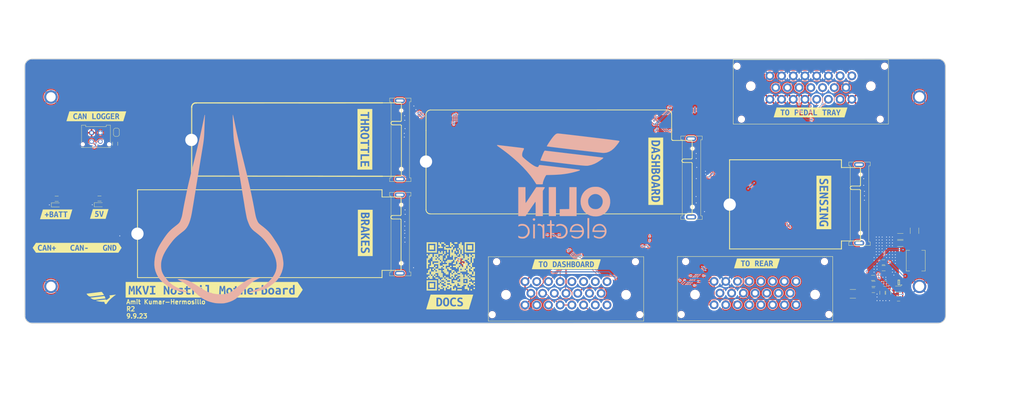
<source format=kicad_pcb>
(kicad_pcb (version 20221018) (generator pcbnew)
  (layers (0 "F.Cu" signal) (31 "B.Cu" signal) (34 "B.Paste" user) (35 "F.Paste" user) (36 "B.SilkS" user "B.Silkscreen") (37 "F.SilkS" user "F.Silkscreen") (38 "B.Mask" user) (39 "F.Mask" user) (44 "Edge.Cuts" user))
  (net 0 "")
  (net 1 "Net-(U1-VIN)")
  (net 2 "GND")
  (net 3 "Net-(C3-Pad1)")
  (net 4 "Net-(U1-SW)")
  (net 5 "Net-(C4-Pad1)")
  (net 6 "Net-(C4-Pad2)")
  (net 7 "Net-(D1-A)")
  (net 8 "Net-(D2-A)")
  (net 9 "+BATT")
  (net 10 "+5V")
  (net 13 "/CAN_+")
  (net 14 "/CAN_-")
  (net 15 "/IMD_LED-")
  (net 16 "/RTD_BUZZER-")
  (net 17 "/AMS_LED-")
  (net 18 "/TS_LED-")
  (net 19 "/SHDN_ESTOP_IN")
  (net 20 "/SHDN_BOTS_IN")
  (net 33 "/RTD_BUTTON_SENSE+")
  (net 34 "/RTD_BUTTON_SENSE-")
  (net 36 "/RTD_LED-")
  (net 70 "/INPUT_THROTTLE_2")
  (net 71 "/INPUT_THROTTLE_1")
  (net 72 "/SHDN_BOTS_OUT")
  (net 129 "/BRAKE_PRESSURE_SENSE")
  (net 130 "/MOTOR_CURRENT_SENSE")
  (net 131 "/BRAKELIGHT-")
  (net 132 "/BSPD_SHUTDOWN_SENSE")
  (net 133 "/SHDN_OUT")
  (net 182 "/WHEEL_SPEED_L_SIG")
  (net 183 "/WHEEL_SPEED_R_SIG")
  (net 184 "/SUS_TRAVEL_L_SIG")
  (net 185 "/SUS_TRAVEL_R_SIG")
  (net 245 "/5V Buck/BUCK_EN")
  (net 246 "/THROTTLE_1+")
  (net 247 "/THROTTLE_2+")
  (net 255 "/SHDN_ESTOP_OUT")
  (net 269 "/RTD_LED+")
  (net 270 "Net-(U1-BST)")
  (net 271 "Net-(U1-FB)")
  (net 272 "Net-(JP1-A)")
  (footprint "OEM:OEM_Logo_15_mm" (layer "F.Cu") (at -17.89 123.33)
    (fp_text reference "REF**" hide)
    (fp_text value "OEM_Logo_15_mm")
  )
  (footprint "kibuzzard-63FE479B" (layer "F.Cu") (at 72.263 101.092 -90)
    (fp_text reference "kibuzzard-63FE479B" hide)
    (fp_text value "G***" hide)
  )
  (footprint "footprints:MicroFit_VT_4" (layer "F.Cu") (at -21.1836 66.8528)
    (fp_text reference "J8")
    (fp_text value "MicroFit_VT_4")
  )
  (footprint "footprints:R_0805_OEM" (layer "F.Cu") (at 249.25 113.15 180)
    (fp_text reference "R3")
    (fp_text value "10R" hide)
  )
  (footprint "footprints:C_0805_OEM" (layer "F.Cu") (at 245.75 120.65 180)
    (fp_text reference "C4")
    (fp_text value "15pF" hide)
  )
  (footprint "footprints:Test_Point_SMD" (layer "F.Cu") (at -36.4744 102.1588)
    (fp_text reference "TP1")
    (fp_text value "Test_Point_SMD")
  )
  (footprint "footprints:Test_Point_SMD" (layer "F.Cu") (at -14.859 102.1588)
    (fp_text reference "TP5")
    (fp_text value "Test_Point_SMD")
  )
  (footprint "" (layer "F.Cu") (at 261.493 123.063)
    (fp_text reference "")
    (fp_text value "")
  )
  (footprint "footprints:R_0805_OEM" (layer "F.Cu") (at 245.65 116.45 180)
    (fp_text reference "R2")
    (fp_text value "R_100K" hide)
  )
  (footprint "kibuzzard-63FF646A" (layer "F.Cu") (at -19.558 61.214)
    (fp_text reference "kibuzzard-63FF646A" hide)
    (fp_text value "G***" hide)
  )
  (footprint "footprints:Fuse_1210" (layer "F.Cu") (at 259.8 100.35 90)
    (fp_text reference "F2")
    (fp_text value "F_500mA_16V" hide)
  )
  (footprint "footprints:R_0805_OEM" (layer "F.Cu") (at -13.1572 70.5968 90)
    (fp_text reference "R9")
    (fp_text value "R_120_DNP" hide)
  )
  (footprint "footprints:R_0805_OEM" (layer "F.Cu") (at 250.85 121.55 -90)
    (fp_text reference "R6")
    (fp_text value "R_33.2k" hide)
  )
  (footprint "OEM:MountingHole_440_Keystone_4939" (layer "F.Cu") (at 93 76.7 90)
    (fp_text reference "REFe" hide)
    (fp_text value "MountingHole_440_Keystone_4939")
  )
  (footprint "OEM:Ampseal_23_RA" (layer "F.Cu") (at 244.9 50.9 180)
    (fp_text reference "J3")
    (fp_text value "Ampseal_23_RA")
  )
  (footprint "kibuzzard-63FE5E77" (layer "F.Cu") (at 206.01 111.51)
    (fp_text reference "kibuzzard-63FE5E77" hide)
    (fp_text value "G***" hide)
  )
  (footprint "footprints:Test_Point_SMD" (layer "F.Cu") (at -33.1 86.4616)
    (fp_text reference "TP3")
    (fp_text value "Test_Point_SMD")
  )
  (footprint "" (layer "F.Cu") (at -35.052 123.063)
    (fp_text reference "")
    (fp_text value "")
  )
  (footprint "OEM:CHIPLED_0805" (layer "F.Cu") (at -33.15 91.5)
    (fp_text reference "D1" hide)
    (fp_text value "LED_WHITE" hide)
  )
  (footprint "OEM:MountingHole_440_Keystone_4939" (layer "F.Cu") (at 12.9 69.3 90)
    (fp_text reference "REFe" hide)
    (fp_text value "MountingHole_440_Keystone_4939")
  )
  (footprint "footprints:Automotive_M.2" (layer "F.Cu") (at 84.57019 69.267324 -90)
    (fp_text reference "J5")
    (fp_text value "Automotive_M.2")
    (fp_circle (center -10 0) (end -9.25 0) (stroke (width 0.05)) (fill none) (layer "Edge.Cuts"))
    (fp_circle (center 10 0) (end 10.8 0) (stroke (width 0.05)) (fill none) (layer "Edge.Cuts"))
  )
  (footprint "kibuzzard-63FE478D" (layer "F.Cu") (at 72.136 69.088 -90)
    (fp_text reference "kibuzzard-63FE478D" hide)
    (fp_text value "G***" hide)
  )
  (footprint "footprints:Automotive_M.2" (layer "F.Cu") (at 84.555838 101.478842 -90)
    (fp_text reference "J6")
    (fp_text value "Automotive_M.2")
    (fp_circle (center -10 0) (end -9.25 0) (stroke (width 0.05)) (fill none) (layer "Edge.Cuts"))
    (fp_circle (center 10 0) (end 10.8 0) (stroke (width 0.05)) (fill none) (layer "Edge.Cuts"))
  )
  (footprint "kibuzzard-63FE2239" (layer "F.Cu") (at -18.564 94.615)
    (fp_text reference "kibuzzard-63FE2239" hide)
    (fp_text value "G***" hide)
  )
  (footprint "kibuzzard-63FE47AC" (layer "F.Cu") (at 228.854 90.678 -90)
    (fp_text reference "kibuzzard-63FE47AC" hide)
    (fp_text value "G***" hide)
  )
  (footprint "footprints:Automotive_M.2" (layer "F.Cu") (at 184.006988 82.246224 -90)
    (fp_text reference "J4")
    (fp_text value "Automotive_M.2")
    (fp_circle (center -10 0) (end -9.25 0) (stroke (width 0.05)) (fill none) (layer "Edge.Cuts"))
    (fp_circle (center 10 0) (end 10.8 0) (stroke (width 0.05)) (fill none) (layer "Edge.Cuts"))
  )
  (footprint "footprints:Test_Point_SMD" (layer "F.Cu") (at -25.908 102.1588)
    (fp_text reference "TP2")
    (fp_text value "Test_Point_SMD")
  )
  (footprint "footprints:Test_Point_SMD" (layer "F.Cu") (at -18.4404 86.36)
    (fp_text reference "TP4")
    (fp_text value "Test_Point_SMD")
  )
  (footprint "footprints:C_1206_OEM" (layer "F.Cu") (at 254.25 120.3 180)
    (fp_text reference "C2")
    (fp_text value "C_22uF" hide)
  )
  (footprint "footprints:C_1206_OEM" (layer "F.Cu") (at 254.95 102.3 180)
    (fp_text reference "C5")
    (fp_text value "C_22uF" hide)
  )
  (footprint "" (layer "F.Cu") (at 261.493 58.293)
    (fp_text reference "")
    (fp_text value "")
  )
  (footprint "OEM:MountingHole_440_Keystone_4939" (layer "F.Cu") (at 196.7 91.4 90)
    (fp_text reference "REFe" hide)
    (fp_text value "MountingHole_440_Keystone_4939")
  )
  (footprint "kibuzzard-63FE4A40" (layer "F.Cu") (at 20.69 120.52)
    (fp_text reference "kibuzzard-63FE4A40" hide)
    (fp_text value "G***" hide)
  )
  (footprint "footprints:R_0805_OEM" (layer "F.Cu") (at 249.8 118.45 180)
    (fp_text reference "R4")
    (fp_text value "R_75k" hide)
  )
  (footprint "kibuzzard-63FE5E2A" (layer "F.Cu") (at 224.3 59.9)
    (fp_text reference "kibuzzard-63FE5E2A" hide)
    (fp_text value "G***" hide)
  )
  (footprint "footprints:C_0805_OEM" (layer "F.Cu") (at 254.35 123.55 180)
    (fp_text reference "C1")
    (fp_text value "C_0.1uF" hide)
  )
  (footprint "footprints:C_1206_OEM" (layer "F.Cu") (at 254.95 104.7 180)
    (fp_text reference "C6")
    (fp_text value "C_22uF" hide)
  )
  (footprint "Jumper:SolderJumper-2_P1.3mm_Open_RoundedPad1.0x1.5mm" (layer "F.Cu") (at -12.7 66.69 90)
    (fp_text reference "JP1")
    (fp_text value "SolderJumper_2_Open")
  )
  (footprint "footprints:Fuse_1210" (layer "F.Cu") (at 238.76 121.92)
    (fp_text reference "F1")
    (fp_text value "F_500mA_16V" hide)
  )
  (footprint "footprints:SOTFL50P160X60-6N" (layer "F.Cu") (at 254.438 118 180)
    (fp_text reference "U1")
    (fp_text value "MP1477HGTF-P" hide)
  )
  (footprint "https:__coda.io_d_Documentation_dbuFnC2EA_e_Low-Voltage-Syste" (layer "F.Cu") (at 101.46 112.54)
    (fp_text reference "QR*****")
    (fp_text value "https://coda.io/d/Documentation_dbuFnC2EA_e/Low-Voltage-Syste")
  )
  (footprint "footprints:R_0805_OEM" (layer "F.Cu") (at -33.1 89.408 180)
    (fp_text reference "R1")
    (fp_text value "R_200" hide)
  )
  (footprint "kibuzzard-63FE5D89" (layer "F.Cu") (at 101.1 124.7)
    (fp_text reference "kibuzzard-63FE5D89" hide)
    (fp_text value "G***" hide)
  )
  (footprint "footprints:Mounting_Hole_4-40" (layer "F.Cu") (at -35.052 54.61)
    (fp_text reference "REF**" hide)
    (fp_text value "Mounting_Hole_4-40" hide)
  )
  (footprint "OEM:Ampseal_23_RA" (layer "F.Cu") (at 184.858 122.166)
    (fp_text reference "J2")
    (fp_text value "Ampseal_23_RA")
  )
  (footprint "footprints:Automotive_M.2" (layer "F.Cu") (at 241.377725 91.144344 -90)
    (fp_text reference "J7")
    (fp_text value "Automotive_M.2")
    (fp_circle (center -10 0) (end -9.25 0) (stroke (width 0.05)) (fill none) (layer "Edge.Cuts"))
    (fp_circle (center 10 0) (end 10.8 0) (stroke (width 0.05)) (fill none) (layer "Edge.Cuts"))
  )
  (footprint "kibuzzard-63FE5E61" (layer "F.Cu") (at 140.9 111.81)
    (fp_text reference "kibuzzard-63FE5E61" hide)
    (fp_text value "G***" hide)
  )
  (footprint "footprints:R_0805_OEM" (layer "F.Cu") (at 248.85 121.55 -90)
    (fp_text reference "R5")
    (fp_text value "R_10K" hide)
  )
  (footprint "kibuzzard-63FE2233" (layer "F.Cu") (at -33.274 94.742)
    (fp_text reference "kibuzzard-63FE2233" hide)
    (fp_text value "G***" hide)
  )
  (footprint "footprints:R_0805_OEM" (layer "F.Cu") (at -18.4904 89.36 180)
    (fp_text reference "R8")
    (fp_text value "R_200" hide)
  )
  (footprint "OEM:MountingHole_440_Keystone_4939" (layer "F.Cu") (at -5.524794 101.350028 90)
    (fp_text reference "REFe" hide)
    (fp_text value "MountingHole_440_Keystone_4939")
  )
  (footprint "OEM:CHIPLED_0805" (layer "F.Cu") (at -18.4904 91.46)
    (fp_text reference "D2" hide)
    (fp_text value "LED_WHITE" hide)
  )
  (footprint "footprints:IND_SPM6530T-2R2M" (layer "F.Cu") (at 260.2 110.575 90)
    (fp_text reference "L1")
    (fp_text value "2.2uH")
  )
  (footprint "kibuzzard-63FE2383" (layer "F.Cu") (at -26.1112 106.172)
    (fp_text reference "kibuzzard-63FE2383" hide)
    (fp_text value "G***" hide)
  )
  (footprint "OEM:Ampseal_23_RA" (layer "F.Cu") (at 120.311 122.23)
    (fp_text reference "J1")
    (fp_text value "Ampseal_23_RA")
  )
  (footprint "kibuzzard-63FE47A2" (layer "F.Cu") (at 171.45 80.01 -90)
    (fp_text reference "kibuzzard-63FE47A2" hide)
    (fp_text value "G***" hide)
  )
  (footprint "footprints:R_0805_OEM" (layer "F.Cu") (at 245.8 118.5 180)
    (fp_text reference "R7")
    (fp_text value "40.2K" hide)
  )
  (footprint "footprints:C_0805_OEM" (layer "F.Cu") (at 249.2 111.1)
    (fp_text reference "C3")
    (fp_text value "C_1uF" hide)
  )
  (footprint "LOGO" (layer "B.Cu") (at 22.24 93.62 180)
    (fp_text reference "G***")
    (fp_text value "LOGO" hide)
  )
  (footprint "footprints:OE_Logo_ft" (layer "B.Cu") (at 141.53 83.74 180)
    (fp_text reference "G***" hide)
    (fp_text value "LOGO" hide)
  )
  (gr_line (start 176.350394 59.450648) (end 176.181484 59.323902) (stroke (width 0.2)) (layer "F.SilkS"))
  (gr_line (start 84.525064 94.925098) (end 84.517698 94.942878) (stroke (width 0.2)) (layer "F.SilkS"))
  (gr_line (start 180.574414 75.951758) (end 180.69862 75.86616) (stroke (width 0.2)) (layer "F.SilkS"))
  (gr_line (start 241.12829 78.762446) (end 234.878366 78.762446) (stroke (width 0.2)) (layer "F.SilkS"))
  (gr_line (start 93.035092 93.1153) (end 93.052618 93.335772) (stroke (width 0.2)) (layer "F.SilkS"))
  (gr_line (start 183.688962 94.619488) (end 94.50245 94.619488) (stroke (width 0.2)) (layer "F.SilkS"))
  (gr_line (start 93.511342 94.249918) (end 93.358688 94.097264) (stroke (width 0.2)) (layer "F.SilkS"))
  (gr_line (start 84.525064 113.700016) (end 84.517698 113.717796) (stroke (width 0.2)) (layer "F.SilkS"))
  (gr_line (start 238.054636 85.228778) (end 237.961926 85.333172) (stroke (width 0.2)) (layer "F.SilkS"))
  (gr_line (start 12.9 80.149994) (end 12.9 58.1) (stroke (width 0.2)) (layer "F.SilkS"))
  (gr_line (start 180.981068 75.841268) (end 180.850258 75.85727) (stroke (width 0.2)) (layer "F.SilkS"))
  (gr_line (start 13.14257 80.588906) (end 13.21877 80.794392) (stroke (width 0.2)) (layer "F.SilkS"))
  (gr_line (start 238.438684 85.037262) (end 241.12829 85.037262) (stroke (width 0.2)) (layer "F.SilkS"))
  (gr_line (start 183.914006 77.219472) (end 183.914006 77.219472) (stroke (width 0.2)) (layer "F.SilkS"))
  (gr_line (start 81.541468 64.111164) (end 81.672278 64.127166) (stroke (width 0.2)) (layer "F.SilkS"))
  (gr_line (start 241.31371 84.851842) (end 241.31371 78.947612) (stroke (width 0.2)) (layer "F.SilkS"))
  (gr_line (start 241.12829 86.28745) (end 238.438684 86.28745) (stroke (width 0.2)) (layer "F.SilkS"))
  (gr_line (start 13.100152 58.098476) (end 13.099898 58.099238) (stroke (width 0.2)) (layer "F.SilkS"))
  (gr_line (start 13.09558 80.166504) (end 13.101168 80.374022) (stroke (width 0.2)) (layer "F.SilkS"))
  (gr_line (start 78.025204 113.92506) (end 78.025204 116.349998) (stroke (width 0.2)) (layer "F.SilkS"))
  (gr_line (start 78.175206 81.698886) (end 84.369758 81.698886) (stroke (width 0.2)) (layer "F.SilkS"))
  (gr_line (start 78.000058 116.375144) (end -5.499902 116.375144) (stroke (width 0.2)) (layer "F.SilkS"))
  (gr_line (start 238.148108 85.10889) (end 238.289078 85.05555) (stroke (width 0.2)) (layer "F.SilkS"))
  (gr_line (start 183.688962 75.84457) (end 180.988942 75.84457) (stroke (width 0.2)) (layer "F.SilkS"))
  (gr_line (start 78.000058 86.325166) (end 78.017838 86.332532) (stroke (width 0.2)) (layer "F.SilkS"))
  (gr_line (start 81.265624 63.081194) (end 81.389576 62.995596) (stroke (width 0.2)) (layer "F.SilkS"))
  (gr_line (start 175.591696 59.103938) (end 175.38875 59.08946) (stroke (width 0.2)) (layer "F.SilkS"))
  (gr_line (start 84.30002 113.92506) (end 84.30002 113.92506) (stroke (width 0.2)) (layer "F.SilkS"))
  (gr_line (start 241.363748 86.462202) (end 241.363748 103.637428) (stroke (width 0.2)) (layer "F.SilkS"))
  (gr_line (start 84.517698 96.507518) (end 84.517698 96.507518) (stroke (width 0.2)) (layer "F.SilkS"))
  (gr_line (start 78.08021 56.723828) (end 14.550238 56.74999) (stroke (width 0.2)) (layer "F.SilkS"))
  (gr_line (start 81.058472 95.93043) (end 81.123496 96.054128) (stroke (width 0.2)) (layer "F.SilkS"))
  (gr_line (start 13.945718 56.833048) (end 13.763092 56.920932) (stroke (width 0.2)) (layer "F.SilkS"))
  (gr_line (start 176.534798 59.569774) (end 176.665354 59.744018) (stroke (width 0.2)) (layer "F.SilkS"))
  (gr_line (start 175.380876 59.042724) (end 175.380876 59.042724) (stroke (width 0.2)) (layer "F.SilkS"))
  (gr_line (start 241.15623 86.244524) (end 241.356382 86.444676) (stroke (width 0.2)) (layer "F.SilkS"))
  (gr_line (start 84.397698 62.96664) (end 84.397698 62.96664) (stroke (width 0.2)) (layer "F.SilkS"))
  (gr_line (start 234.838742 78.787338) (end 234.803436 78.772606) (stroke (width 0.2)) (layer "F.SilkS"))
  (gr_line (start 77.982532 88.817668) (end 77.975166 88.800142) (stroke (width 0.2)) (layer "F.SilkS"))
  (gr_line (start 237.961926 85.991286) (end 238.054636 86.095934) (stroke (width 0.2)) (layer "F.SilkS"))
  (gr_line (start 13.150952 57.698172) (end 13.10828 57.896292) (stroke (width 0.2)) (layer "F.SilkS"))
  (gr_line (start 78.175206 56.593018) (end 78.175206 56.59886) (stroke (width 0.2)) (layer "F.SilkS"))
  (gr_line (start 196.707754 76.13253) (end 196.707754 106.512454) (stroke (width 0.2)) (layer "F.SilkS"))
  (gr_line (start 13.099898 58.099238) (end 13.100152 58.1) (stroke (width 0.2)) (layer "F.SilkS"))
  (gr_line (start 183.908926 69.682022) (end 183.914006 69.694468) (stroke (width 0.2)) (layer "F.SilkS"))
  (gr_line (start 237.85423 85.883844) (end 237.818162 85.73754) (stroke (width 0.2)) (layer "F.SilkS"))
  (gr_line (start 84.517698 88.982514) (end 84.519984 88.987594) (stroke (width 0.2)) (layer "F.SilkS"))
  (gr_line (start 84.604962 81.52388) (end 84.59785 81.54166) (stroke (width 0.2)) (layer "F.SilkS"))
  (gr_line (start 175.996064 59.22281) (end 175.797944 59.148896) (stroke (width 0.2)) (layer "F.SilkS"))
  (gr_line (start 241.358414 78.924752) (end 241.363748 78.937452) (stroke (width 0.2)) (layer "F.SilkS"))
  (gr_line (start 81.46157 96.287554) (end 81.592126 96.303302) (stroke (width 0.2)) (layer "F.SilkS"))
  (gr_line (start 183.863968 75.609112) (end 183.863968 69.704882) (stroke (width 0.2)) (layer "F.SilkS"))
  (gr_line (start 234.878366 78.762446) (end 234.874048 78.772606) (stroke (width 0.2)) (layer "F.SilkS"))
  (gr_line (start 176.857886 68.988348) (end 176.857886 60.569518) (stroke (width 0.2)) (layer "F.SilkS"))
  (gr_line (start 81.203394 63.877992) (end 81.296104 63.982386) (stroke (width 0.2)) (layer "F.SilkS"))
  (gr_line (start 84.397698 81.741558) (end 84.397698 81.741558) (stroke (width 0.2)) (layer "F.SilkS"))
  (gr_line (start 14.437462 81.563504) (end 14.448638 81.559694) (stroke (width 0.2)) (layer "F.SilkS"))
  (gr_line (start 81.592126 96.303302) (end 81.6 96.3) (stroke (width 0.2)) (layer "F.SilkS"))
  (gr_line (start 84.369758 62.923968) (end 84.555178 62.738548) (stroke (width 0.2)) (layer "F.SilkS"))
  (gr_line (start 183.908926 77.207026) (end 183.914006 77.219472) (stroke (width 0.2)) (layer "F.SilkS"))
  (gr_line (start 93.241086 59.756718) (end 93.371896 59.581712) (stroke (width 0.2)) (layer "F.SilkS"))
  (gr_line (start 81.025198 95.655348) (end 81.025198 95.794794) (stroke (width 0.2)) (layer "F.SilkS"))
  (gr_line (start 180.447414 76.624858) (end 180.512184 76.748556) (stroke (width 0.2)) (layer "F.SilkS"))
  (gr_line (start 176.871094 69.106458) (end 176.857886 68.988348) (stroke (width 0.2)) (layer "F.SilkS"))
  (gr_line (start 234.838742 103.787288) (end 234.874048 103.80202) (stroke (width 0.2)) (layer "F.SilkS"))
  (gr_line (start 183.688962 75.84457) (end 183.688962 75.84457) (stroke (width 0.2)) (layer "F.SilkS"))
  (gr_line (start 176.015114 59.180646) (end 176.206376 59.28504) (stroke (width 0.2)) (layer "F.SilkS"))
  (gr_line (start 176.860934 60.561898) (end 176.846456 60.358952) (stroke (width 0.2)) (layer "F.SilkS"))
  (gr_line (start 13.473278 56.882324) (end 13.665048 56.75126) (stroke (width 0.2)) (layer "F.SilkS"))
  (gr_line (start 183.706742 94.612122) (end 183.706742 94.612122) (stroke (width 0.2)) (layer "F.SilkS"))
  (gr_line (start 81.530546 62.942002) (end 81.680152 62.923968) (stroke (width 0.2)) (layer "F.SilkS"))
  (gr_line (start 13.465404 81.154056) (end 13.629488 81.29909) (stroke (width 0.2)) (layer "F.SilkS"))
  (gr_line (start 13.100152 58.1) (end 13.100152 80.149994) (stroke (width 0.2)) (layer "F.SilkS"))
  (gr_line (start 93.19435 93.772652) (end 93.314746 93.968994) (stroke (width 0.2)) (layer "F.SilkS"))
  (gr_line (start 196.62241 76.047186) (end 196.657716 76.032454) (stroke (width 0.2)) (layer "F.SilkS"))
  (gr_line (start 177.389 69.519462) (end 177.27089 69.506254) (stroke (width 0.2)) (layer "F.SilkS"))
  (gr_line (start -5.499902 86.325166) (end 78.000058 86.325166) (stroke (width 0.2)) (layer "F.SilkS"))
  (gr_line (start 84.519984 96.512598) (end 84.525064 96.525044) (stroke (width 0.2)) (layer "F.SilkS"))
  (gr_line (start 176.90767 68.988348) (end 176.904622 68.995968) (stroke (width 0.2)) (layer "F.SilkS"))
  (gr_line (start 14.550238 56.74999) (end 14.546174 56.748466) (stroke (width 0.2)) (layer "F.SilkS"))
  (gr_line (start 175.380876 59.042724) (end 175.380876 59.042724) (stroke (width 0.2)) (layer "F.SilkS"))
  (gr_line (start 78.138884 81.643006) (end 78.175206 81.693044) (stroke (width 0.2)) (layer "F.SilkS"))
  (gr_line (start 176.801498 60.15245) (end 176.727838 59.954584) (stroke (width 0.2)) (layer "F.SilkS"))
  (gr_line (start 238.438684 85.0873) (end 238.43081 85.083998) (stroke (width 0.2)) (layer "F.SilkS"))
  (gr_line (start 77.975166 86.375204) (end -5.47501 86.375204) (stroke (width 0.2)) (layer "F.SilkS"))
  (gr_line (start 81.389576 64.102274) (end 81.265624 64.016676) (stroke (width 0.2)) (layer "F.SilkS"))
  (gr_line (start 81.203394 63.219878) (end 81.13837 63.343576) (stroke (width 0.2)) (layer "F.SilkS"))
  (gr_line (start 13.101168 80.374022) (end 13.14257 80.588906) (stroke (width 0.2)) (layer "F.SilkS"))
  (gr_line (start 81.450648 95.118138) (end 81.6 95.100104) (stroke (width 0.2)) (layer "F.SilkS"))
  (gr_line (start 180.981068 76.99773) (end 180.988942 76.994682) (stroke (width 0.2)) (layer "F.SilkS"))
  (gr_line (start 84.380172 64.123864) (end 84.397698 64.13123) (stroke (width 0.2)) (layer "F.SilkS"))
  (gr_line (start 77.975166 116.325106) (end 77.975166 113.900168) (stroke (width 0.2)) (layer "F.SilkS"))
  (gr_line (start 183.688962 69.469678) (end 183.706742 69.47679) (stroke (width 0.2)) (layer "F.SilkS"))
  (gr_line (start 94.493306 94.57326) (end 94.50245 94.56945) (stroke (width 0.2)) (layer "F.SilkS"))
  (gr_line (start 183.706742 75.837204) (end 183.688962 75.84457) (stroke (width 0.2)) (layer "F.SilkS"))
  (gr_line (start 14.532204 56.745418) (end 14.339672 56.744402) (stroke (width 0.2)) (layer "F.SilkS"))
  (gr_line (start 183.914006 75.619526) (end 183.90664 75.637306) (stroke (width 0.2)) (layer "F.SilkS"))
  (gr_line (start 180.69862 76.973092) (end 180.574414 76.887494) (stroke (width 0.2)) (layer "F.SilkS"))
  (gr_line (start 241.363748 84.862256) (end 241.356382 84.880036) (stroke (width 0.2)) (layer "F.SilkS"))
  (gr_line (start 93.358688 94.097264) (end 93.229148 93.92429) (stroke (width 0.2)) (layer "F.SilkS"))
  (gr_line (start 13.099136 80.152534) (end 13.099898 80.155582) (stroke (width 0.2)) (layer "F.SilkS"))
  (gr_line (start 81.05963 63.473624) (end 81.095698 63.32732) (stroke (width 0.2)) (layer "F.SilkS"))
  (gr_line (start 93.279948 59.78161) (end 93.178348 59.967538) (stroke (width 0.2)) (layer "F.SilkS"))
  (gr_line (start 183.678548 69.519462) (end 177.389 69.519462) (stroke (width 0.2)) (layer "F.SilkS"))
  (gr_line (start 183.678548 77.044466) (end 180.988942 77.044466) (stroke (width 0.2)) (layer "F.SilkS"))
  (gr_line (start 81.095698 63.77055) (end 81.05963 63.624246) (stroke (width 0.2)) (layer "F.SilkS"))
  (gr_line (start 234.788704 106.512454) (end 234.788704 103.837326) (stroke (width 0.2)) (layer "F.SilkS"))
  (gr_line (start 12.9 58.1) (end 12.900254 58.099492) (stroke (width 0.2)) (layer "F.SilkS"))
  (gr_line (start 180.512184 76.090442) (end 180.447414 76.21414) (stroke (width 0.2)) (layer "F.SilkS"))
  (gr_line (start 78.000058 88.825034) (end 77.982532 88.817668) (stroke (width 0.2)) (layer "F.SilkS"))
  (gr_line (start 93.70108 59.296724) (end 93.892596 59.192076) (stroke (width 0.2)) (layer "F.SilkS"))
  (gr_line (start 94.50245 94.619488) (end 94.287058 94.604248) (stroke (width 0.2)) (layer "F.SilkS"))
  (gr_line (start 241.138704 103.862218) (end 234.88878 103.862218) (stroke (width 0.2)) (layer "F.SilkS"))
  (gr_line (start 241.31371 86.472616) (end 241.12829 86.28745) (stroke (width 0.2)) (layer "F.SilkS"))
  (gr_line (start 180.404488 76.197884) (end 180.474592 76.064534) (stroke (width 0.2)) (layer "F.SilkS"))
  (gr_line (start -5.524794 86.350058) (end -5.517682 86.332532) (stroke (width 0.2)) (layer "F.SilkS"))
  (gr_line (start 176.920116 69.114078) (end 176.96863 69.230918) (stroke (width 0.2)) (layer "F.SilkS"))
  (gr_line (start 81.296104 63.11523) (end 81.203394 63.219878) (stroke (width 0.2)) (layer "F.SilkS"))
  (gr_line (start 234.788704 103.837326) (end 234.803436 103.80202) (stroke (width 0.2)) (layer "F.SilkS"))
  (gr_line (start 78.175206 56.65474) (end 78.138884 56.704778) (stroke (width 0.2)) (layer "F.SilkS"))
  (gr_line (start 175.380876 59.092762) (end 94.528358 59.103684) (stroke (width 0.2)) (layer "F.SilkS"))
  (gr_line (start 180.839336 75.81282) (end 180.988942 75.794532) (stroke (width 0.2)) (layer "F.SilkS"))
  (gr_line (start 12.900254 58.099492) (end 12.914224 57.869622) (stroke (width 0.2)) (layer "F.SilkS"))
  (gr_line (start 84.380172 81.748924) (end 84.380172 81.748924) (stroke (width 0.2)) (layer "F.SilkS"))
  (gr_line (start 183.706742 94.612122) (end 183.706742 94.612122) (stroke (width 0.2)) (layer "F.SilkS"))
  (gr_line (start 180.512184 76.748556) (end 180.604894 76.853204) (stroke (width 0.2)) (layer "F.SilkS"))
  (gr_line (start 12.904572 80.372498) (end 12.900254 80.150756) (stroke (width 0.2)) (layer "F.SilkS"))
  (gr_line (start 93.835954 94.414002) (end 94.048806 94.50214) (stroke (width 0.2)) (layer "F.SilkS"))
  (gr_line (start 241.138704 85.0873) (end 241.138704 85.0873) (stroke (width 0.2)) (layer "F.SilkS"))
  (gr_line (start 81.309678 96.27841) (end 81.185726 96.192812) (stroke (width 0.2)) (layer "F.SilkS"))
  (gr_line (start 84.3178 88.782362) (end 84.517698 88.982514) (stroke (width 0.2)) (layer "F.SilkS"))
  (gr_line (start 78.017838 86.332532) (end 78.025204 86.350058) (stroke (width 0.2)) (layer "F.SilkS"))
  (gr_line (start 175.380876 59.042724) (end 175.5983 59.058218) (stroke (width 0.2)) (layer "F.SilkS"))
  (gr_line (start 81.6 96.350038) (end 81.450648 96.332004) (stroke (width 0.2)) (layer "F.SilkS"))
  (gr_line (start 176.665354 59.744018) (end 176.769748 59.93528) (stroke (width 0.2)) (layer "F.SilkS"))
  (gr_line (start 81.331014 96.238024) (end 81.46157 96.287554) (stroke (width 0.2)) (layer "F.SilkS"))
  (gr_line (start 180.404488 76.641114) (end 180.36842 76.49481) (stroke (width 0.2)) (layer "F.SilkS"))
  (gr_line (start 92.988864 93.106156) (end 92.988864 66.069634) (stroke (width 0.2)) (layer "F.SilkS"))
  (gr_line (start 196.657716 76.032454) (end 234.838742 76.032454) (stroke (width 0.2)) (layer "F.SilkS"))
  (gr_line (start 14.139266 56.773612) (end 13.945718 56.833048) (stroke (width 0.2)) (layer "F.SilkS"))
  (gr_line (start 84.525064 96.525044) (end 84.525064 96.525044) (stroke (width 0.2)) (layer "F.SilkS"))
  (gr_line (start 241.15623 103.855106) (end 241.15623 103.855106) (stroke (width 0.2)) (layer "F.SilkS"))
  (gr_line (start 84.59785 81.54166) (end 84.397698 81.741558) (stroke (width 0.2)) (layer "F.SilkS"))
  (gr_line (start 196.607678 76.082492) (end 196.62241 76.047186) (stroke (width 0.2)) (layer "F.SilkS"))
  (gr_line (start 176.181484 59.323902) (end 175.996064 59.22281) (stroke (width 0.2)) (layer "F.SilkS"))
  (gr_line (start 183.90664 77.201946) (end 183.90664 77.201946) (stroke (width 0.2)) (layer "F.SilkS"))
  (gr_line (start 93.684316 94.379204) (end 93.511342 94.249918) (stroke (width 0.2)) (layer "F.SilkS"))
  (gr_line (start 238.43081 86.240714) (end 238.438684 86.237412) (stroke (width 0.2)) (layer "F.SilkS"))
  (gr_line (start 77.975166 113.900168) (end 77.982532 113.882388) (stroke (width 0.2)) (layer "F.SilkS"))
  (gr_line (start 241.363748 86.462202) (end 241.363748 86.462202) (stroke (width 0.2)) (layer "F.SilkS"))
  (gr_line (start 81.08565 96.080036) (end 81.0158 95.946686) (stroke (width 0.2)) (layer "F.SilkS"))
  (gr_line (start 177.158622 69.466884) (end 177.057784 69.403638) (stroke (width 0.2)) (layer "F.SilkS"))
  (gr_line (start 84.30002 95.150142) (end 81.6 95.150142) (stroke (width 0.2)) (layer "F.SilkS"))
  (gr_line (start 94.528358 59.103684) (end 94.528358 59.103684) (stroke (width 0.2)) (layer "F.SilkS"))
  (gr_line (start 176.769748 59.93528) (end 176.845948 60.139496) (stroke (width 0.2)) (layer "F.SilkS"))
  (gr_line (start 84.397698 81.741558) (end 84.380172 81.748924) (stroke (width 0.2)) (layer "F.SilkS"))
  (gr_line (start 94.272834 94.555988) (end 94.493306 94.57326) (stroke (width 0.2)) (layer "F.SilkS"))
  (gr_line (start 238.43081 85.083998) (end 238.3 85.1) (stroke (width 0.2)) (layer "F.SilkS"))
  (gr_line (start 92.988864 66.069634) (end 92.988864 66.069634) (stroke (width 0.2)) (layer "F.SilkS"))
  (gr_line (start 241.363748 78.937452) (end 241.363748 78.937452) (stroke (width 0.2)) (layer "F.SilkS"))
  (gr_line (start 241.356382 78.919672) (end 241.358414 78.924752) (stroke (width 0.2)) (layer "F.SilkS"))
  (gr_line (start 81.680152 64.173902) (end 81.530546 64.155614) (stroke (width 0.2)) (layer "F.SilkS"))
  (gr_line (start 180.413886 76.349776) (end 180.413886 76.489476) (stroke (width 0.2)) (layer "F.SilkS"))
  (gr_line (start 81.6 96.3) (end 84.30002 96.3) (stroke (width 0.2)) (layer "F.SilkS"))
  (gr_line (start 180.413886 76.489476) (end 180.447414 76.624858) (stroke (width 0.2)) (layer "F.SilkS"))
  (gr_line (start 81.05963 63.624246) (end 81.05963 63.473624) (stroke (width 0.2)) (layer "F.SilkS"))
  (gr_line (start 237.897156 85.867842) (end 237.961926 85.991286) (stroke (width 0.2)) (layer "F.SilkS"))
  (gr_line (start 81.410912 63.035982) (end 81.296104 63.11523) (stroke (width 0.2)) (layer "F.SilkS"))
  (gr_line (start 241.15623 85.079934) (end 241.138704 85.0873) (stroke (width 0.2)) (layer "F.SilkS"))
  (gr_line (start 81.530546 64.155614) (end 81.389576 64.102274) (stroke (width 0.2)) (layer "F.SilkS"))
  (gr_line (start 81.215952 95.29162) (end 81.123496 95.396014) (stroke (width 0.2)) (layer "F.SilkS"))
  (gr_line (start 78.138884 56.704778) (end 78.08021 56.723828) (stroke (width 0.2)) (layer "F.SilkS"))
  (gr_line (start 93.229148 93.92429) (end 93.12577 93.734806) (stroke (width 0.2)) (layer "F.SilkS"))
  (gr_line (start 234.88878 78.712408) (end 241.138704 78.712408) (stroke (width 0.2)) (layer "F.SilkS"))
  (gr_line (start 14.017092 81.499496) (end 14.230198 81.549534) (stroke (width 0.2)) (layer "F.SilkS"))
  (gr_line (start 241.12829 85.037262) (end 241.31371 84.851842) (stroke (width 0.2)) (layer "F.SilkS"))
  (gr_line (start 84.59785 64.331128) (end 84.599882 64.336462) (stroke (width 0.2)) (layer "F.SilkS"))
  (gr_line (start 81.389576 62.995596) (end 81.530546 62.942002) (stroke (width 0.2)) (layer "F.SilkS"))
  (gr_line (start 183.678548 75.794532) (end 183.863968 75.609112) (stroke (width 0.2)) (layer "F.SilkS"))
  (gr_line (start 78.025204 88.774996) (end 84.30002 88.774996) (stroke (width 0.2)) (layer "F.SilkS"))
  (gr_line (start 84.517698 113.717796) (end 84.3178 113.917694) (stroke (width 0.2)) (layer "F.SilkS"))
  (gr_line (start 94.09732 59.115622) (end 94.310426 59.069394) (stroke (width 0.2)) (layer "F.SilkS"))
  (gr_line (start 234.88878 76.082492) (end 234.88878 78.712408) (stroke (width 0.2)) (layer "F.SilkS"))
  (gr_line (start 84.475026 113.689602) (end 84.475026 96.535458) (stroke (width 0.2)) (layer "F.SilkS"))
  (gr_line (start 183.90664 75.637306) (end 183.706742 75.837204) (stroke (width 0.2)) (layer "F.SilkS"))
  (gr_line (start 78.175206 81.748924) (end 78.175206 81.75502) (stroke (width 0.2)) (layer "F.SilkS"))
  (gr_line (start 180.36842 76.49481) (end 180.36842 76.344188) (stroke (width 0.2)) (layer "F.SilkS"))
  (gr_line (start 234.878366 103.812434) (end 241.12829 103.812434) (stroke (width 0.2)) (layer "F.SilkS"))
  (gr_line (start 81.680152 62.974006) (end 81.672278 62.970704) (stroke (width 0.2)) (layer "F.SilkS"))
  (gr_line (start -5.517682 86.332532) (end -5.499902 86.325166) (stroke (width 0.2)) (layer "F.SilkS"))
  (gr_line (start 237.863628 85.592506) (end 237.863628 85.732206) (stroke (width 0.2)) (layer "F.SilkS"))
  (gr_line (start 14.448638 81.559694) (end 14.4494 81.559948) (stroke (width 0.2)) (layer "F.SilkS"))
  (gr_line (start 14.546174 56.748466) (end 14.541856 56.749482) (stroke (width 0.2)) (layer "F.SilkS"))
  (gr_line (start 93.059984 60.152704) (end 93.136438 59.948234) (stroke (width 0.2)) (layer "F.SilkS"))
  (gr_line (start 183.688962 76.994682) (end 183.706742 77.001794) (stroke (width 0.2)) (layer "F.SilkS"))
  (gr_line (start 241.31371 103.627014) (end 241.31371 86.472616) (stroke (width 0.2)) (layer "F.SilkS"))
  (gr_line (start 241.356382 86.444676) (end 241.358414 86.449756) (stroke (width 0.2)) (layer "F.SilkS"))
  (gr_line (start 78.079956 56.52393) (end 78.138884 56.54298) (stroke (width 0.2)) (layer "F.SilkS"))
  (gr_line (start 241.15623 103.855106) (end 241.138704 103.862218) (stroke (width 0.2)) (layer "F.SilkS"))
  (gr_line (start 183.706742 75.837204) (end 183.706742 75.837204) (stroke (width 0.2)) (layer "F.SilkS"))
  (gr_line (start 93.371896 59.581712) (end 93.526328 59.427534) (stroke (width 0.2)) (layer "F.SilkS"))
  (gr_line (start 81.309678 95.171732) (end 81.450648 95.118138) (stroke (width 0.2)) (layer "F.SilkS"))
  (gr_line (start 94.528358 59.103684) (end 94.520484 59.100382) (stroke (width 0.2)) (layer "F.SilkS"))
  (gr_line (start -5.517682 116.367778) (end -5.524794 116.349998) (stroke (width 0.2)) (layer "F.SilkS"))
  (gr_line (start 241.356382 103.654954) (end 241.15623 103.855106) (stroke (width 0.2)) (layer "F.SilkS"))
  (gr_line (start 94.310426 59.069394) (end 94.528358 59.053646) (stroke (width 0.2)) (layer "F.SilkS"))
  (gr_line (start 238.438684 86.28745) (end 238.289078 86.269162) (stroke (width 0.2)) (layer "F.SilkS"))
  (gr_line (start 93.892596 59.192076) (end 94.09732 59.115622) (stroke (width 0.2)) (layer "F.SilkS"))
  (gr_line (start 84.525064 89.00004) (end 84.525064 89.00004) (stroke (width 0.2)) (layer "F.SilkS"))
  (gr_line (start 176.727838 59.954584) (end 176.626492 59.769164) (stroke (width 0.2)) (layer "F.SilkS"))
  (gr_line (start 84.525064 89.00004) (end 84.525064 94.925098) (stroke (width 0.2)) (layer "F.SilkS"))
  (gr_line (start 234.874048 106.597798) (end 234.838742 106.61253) (stroke (width 0.2)) (layer "F.SilkS"))
  (gr_line (start 176.90767 60.569518) (end 176.90767 68.988348) (stroke (width 0.2)) (layer "F.SilkS"))
  (gr_line (start 77.982532 113.882388) (end 78.000058 113.875022) (stroke (width 0.2)) (layer "F.SilkS"))
  (gr_line (start 180.988942 75.84457) (end 180.981068 75.841268) (stroke (width 0.2)) (layer "F.SilkS"))
  (gr_line (start 234.788704 78.7373) (end 234.788704 76.13253) (stroke (width 0.2)) (layer "F.SilkS"))
  (gr_line (start 94.287058 94.604248) (end 94.075984 94.558274) (stroke (width 0.2)) (layer "F.SilkS"))
  (gr_line (start 13.665048 56.75126) (end 13.87409 56.650422) (stroke (width 0.2)) (layer "F.SilkS"))
  (gr_line (start 84.475026 89.010454) (end 84.28986 88.825034) (stroke (width 0.2)) (layer "F.SilkS"))
  (gr_line (start 234.788704 76.13253) (end 196.707754 76.13253) (stroke (width 0.2)) (layer "F.SilkS"))
  (gr_line (start 183.863968 69.704882) (end 183.678548 69.519462) (stroke (width 0.2)) (layer "F.SilkS"))
  (gr_line (start 176.910464 69.218726) (end 176.871094 69.106458) (stroke (width 0.2)) (layer "F.SilkS"))
  (gr_line (start 183.706742 75.837204) (end 183.706742 75.837204) (stroke (width 0.2)) (layer "F.SilkS"))
  (gr_line (start 180.474592 76.064534) (end 180.574414 75.951758) (stroke (width 0.2)) (layer "F.SilkS"))
  (gr_line (start 80.979732 95.64976) (end 81.0158 95.503456) (stroke (width 0.2)) (layer "F.SilkS"))
  (gr_line (start 180.988942 77.044466) (end 180.839336 77.026432) (stroke (width 0.2)) (layer "F.SilkS"))
  (gr_line (start 93.106212 93.5598) (end 93.19435 93.772652) (stroke (width 0.2)) (layer "F.SilkS"))
  (gr_line (start 84.604962 62.748962) (end 84.59785 62.766488) (stroke (width 0.2)) (layer "F.SilkS"))
  (gr_line (start 84.517698 94.942878) (end 84.3178 95.142776) (stroke (width 0.2)) (layer "F.SilkS"))
  (gr_line (start 81.105096 63.478958) (end 81.105096 63.618658) (stroke (width 0.2)) (layer "F.SilkS"))
  (gr_line (start 94.31703 59.115114) (end 94.110274 59.160072) (stroke (width 0.2)) (layer "F.SilkS"))
  (gr_line (start 238.289078 86.269162) (end 238.148108 86.215822) (stroke (width 0.2)) (layer "F.SilkS"))
  (gr_line (start 241.15623 85.079934) (end 241.15623 85.079934) (stroke (width 0.2)) (layer "F.SilkS"))
  (gr_line (start 84.59785 56.806124) (end 84.59785 56.806124) (stroke (width 0.2)) (layer "F.SilkS"))
  (gr_line (start 84.397698 62.96664) (end 84.397698 62.96664) (stroke (width 0.2)) (layer "F.SilkS"))
  (gr_line (start 84.28986 96.350038) (end 81.6 96.350038) (stroke (width 0.2)) (layer "F.SilkS"))
  (gr_line (start 81.46157 95.162588) (end 81.331014 95.212118) (stroke (width 0.2)) (layer "F.SilkS"))
  (gr_line (start 176.206376 59.28504) (end 176.380874 59.415596) (stroke (width 0.2)) (layer "F.SilkS"))
  (gr_line (start 234.838742 106.61253) (end 196.657716 106.61253) (stroke (width 0.2)) (layer "F.SilkS"))
  (gr_line (start 176.846456 60.358952) (end 176.801498 60.15245) (stroke (width 0.2)) (layer "F.SilkS"))
  (gr_line (start 81.6 95.100104) (end 84.28986 95.100104) (stroke (width 0.2)) (layer "F.SilkS"))
  (gr_line (start 237.863628 85.732206) (end 237.897156 85.867842) (stroke (width 0.2)) (layer "F.SilkS"))
  (gr_line (start 81.165802 63.9039) (end 81.095698 63.77055) (stroke (width 0.2)) (layer "F.SilkS"))
  (gr_line (start 84.30002 88.774996) (end 84.3178 88.782362) (stroke (width 0.2)) (layer "F.SilkS"))
  (gr_line (start 241.138704 86.237412) (end 241.15623 86.244524) (stroke (width 0.2)) (layer "F.SilkS"))
  (gr_line (start 176.857886 60.569518) (end 176.860934 60.561898) (stroke (width 0.2)) (layer "F.SilkS"))
  (gr_line (start 183.863968 77.229886) (end 183.678548 77.044466) (stroke (width 0.2)) (layer "F.SilkS"))
  (gr_line (start 84.604962 64.348908) (end 84.604962 81.52388) (stroke (width 0.2)) (layer "F.SilkS"))
  (gr_line (start 78.025204 116.349998) (end 78.017838 116.367778) (stroke (width 0.2)) (layer "F.SilkS"))
  (gr_line (start 78.017838 116.367778) (end 78.000058 116.375144) (stroke (width 0.2)) (layer "F.SilkS"))
  (gr_line (start 14.000582 81.698886) (end 13.786714 81.618876) (stroke (width 0.2)) (layer "F.SilkS"))
  (gr_line (start 81.095698 63.32732) (end 81.165802 63.19397) (stroke (width 0.2)) (layer "F.SilkS"))
  (gr_line (start 92.998008 60.583742) (end 93.013756 60.366064) (stroke (width 0.2)) (layer "F.SilkS"))
  (gr_line (start 81.058472 95.519712) (end 81.025198 95.655348) (stroke (width 0.2)) (layer "F.SilkS"))
  (gr_line (start 81.680152 64.123864) (end 84.380172 64.123864) (stroke (width 0.2)) (layer "F.SilkS"))
  (gr_line (start 177.38138 69.472726) (end 177.389 69.469678) (stroke (width 0.2)) (layer "F.SilkS"))
  (gr_line (start 84.380172 56.59886) (end 84.397698 56.606226) (stroke (width 0.2)) (layer "F.SilkS"))
  (gr_line (start 180.69862 75.86616) (end 180.839336 75.81282) (stroke (width 0.2)) (layer "F.SilkS"))
  (gr_line (start 84.555178 56.834318) (end 84.369758 56.648898) (stroke (width 0.2)) (layer "F.SilkS"))
  (gr_line (start 84.30002 96.3) (end 84.3178 96.307366) (stroke (width 0.2)) (layer "F.SilkS"))
  (gr_line (start 177.146176 69.408718) (end 177.26327 69.457232) (stroke (width 0.2)) (layer "F.SilkS"))
  (gr_line (start 81.105096 63.618658) (end 81.13837 63.754294) (stroke (width 0.2)) (layer "F.SilkS"))
  (gr_line (start 175.797944 59.148896) (end 175.591696 59.103938) (stroke (width 0.2)) (layer "F.SilkS"))
  (gr_line (start 84.3178 113.917694) (end 84.3178 113.917694) (stroke (width 0.2)) (layer "F.SilkS"))
  (gr_line (start 84.604962 56.823904) (end 84.604962 62.748962) (stroke (width 0.2)) (layer "F.SilkS"))
  (gr_line (start 13.160096 57.223446) (end 13.30386 57.041074) (stroke (width 0.2)) (layer "F.SilkS"))
  (gr_line (start 84.604962 56.823904) (end 84.604962 56.823904) (stroke (width 0.2)) (layer "F.SilkS"))
  (gr_line (start 81.08565 95.370106) (end 81.185726 95.25733) (stroke (width 0.2)) (layer "F.SilkS"))
  (gr_line (start 183.706742 77.001794) (end 183.90664 77.201946) (stroke (width 0.2)) (layer "F.SilkS"))
  (gr_line (start 180.719702 75.9068) (end 180.604894 75.986048) (stroke (width 0.2)) (layer "F.SilkS"))
  (gr_line (start 180.839336 77.026432) (end 180.69862 76.973092) (stroke (width 0.2)) (layer "F.SilkS"))
  (gr_line (start 183.90664 69.676942) (end 183.908926 69.682022) (stroke (width 0.2)) (layer "F.SilkS"))
  (gr_line (start 84.28986 113.875022) (end 84.475026 113.689602) (stroke (width 0.2)) (layer "F.SilkS"))
  (gr_line (start 78.000058 113.875022) (end 84.28986 113.875022) (stroke (width 0.2)) (layer "F.SilkS"))
  (gr_line (start 196.657716 106.61253) (end 196.62241 106.597798) (stroke (width 0.2)) (layer "F.SilkS"))
  (gr_line (start 84.3178 96.307366) (end 84.517698 96.507518) (stroke (width 0.2)) (layer "F.SilkS"))
  (gr_line (start 180.36842 76.344188) (end 180.404488 76.197884) (stroke (width 0.2)) (layer "F.SilkS"))
  (gr_line (start 81.331014 95.212118) (end 81.215952 95.29162) (stroke (width 0.2)) (layer "F.SilkS"))
  (gr_line (start 177.045846 69.331502) (end 177.146176 69.408718) (stroke (width 0.2)) (layer "F.SilkS"))
  (gr_line (start 81.541468 62.986452) (end 81.410912 63.035982) (stroke (width 0.2)) (layer "F.SilkS"))
  (gr_line (start 238.169444 86.175182) (end 238.3 86.224712) (stroke (width 0.2)) (layer "F.SilkS"))
  (gr_line (start 183.90664 69.676942) (end 183.90664 69.676942) (stroke (width 0.2)) (layer "F.SilkS"))
  (gr_line (start 93.044998 60.576122) (end 93.048046 60.583996) (stroke (width 0.2)) (layer "F.SilkS"))
  (gr_line (start 81.672278 64.127166) (end 81.680152 64.123864) (stroke (width 0.2)) (layer "F.SilkS"))
  (gr_line (start 84.369758 81.698886) (end 84.555178 81.513466) (stroke (width 0.2)) (layer "F.SilkS"))
  (gr_line (start 93.048046 60.583996) (end 93.038902 66.069634) (stroke (width 0.2)) (layer "F.SilkS"))
  (gr_line (start 80.979732 95.800382) (end 80.979732 95.64976) (stroke (width 0.2)) (layer "F.SilkS"))
  (gr_line (start 241.356382 78.919672) (end 241.356382 78.919672) (stroke (width 0.2)) (layer "F.SilkS"))
  (gr_line (start 241.15623 78.71952) (end 241.356382 78.919672) (stroke (width 0.2)) (layer "F.SilkS"))
  (gr_line (start 241.12829 103.812434) (end 241.31371 103.627014) (stroke (width 0.2)) (layer "F.SilkS"))
  (gr_line (start 14.541856 56.749482) (end 14.532204 56.745418) (stroke (width 0.2)) (layer "F.SilkS"))
  (gr_line (start 93.038902 93.106156) (end 93.035092 93.1153) (stroke (width 0.2)) (layer "F.SilkS"))
  (gr_line (start 175.811152 59.104446) (end 176.015114 59.180646) (stroke (width 0.2)) (layer "F.SilkS"))
  (gr_line (start 13.248488 81.204348) (end 13.116662 81.018166) (stroke (width 0.2)) (layer "F.SilkS"))
  (gr_line (start 93.639612 94.293606) (end 93.835954 94.414002) (stroke (width 0.2)) (layer "F.SilkS"))
  (gr_line (start 183.914006 69.694468) (end 183.914006 75.619526) (stroke (width 0.2)) (layer "F.SilkS"))
  (gr_line (start 84.599882 56.811458) (end 84.604962 56.823904) (stroke (width 0.2)) (layer "F.SilkS"))
  (gr_line (start 13.448132 57.173662) (end 13.32291 57.332666) (stroke (width 0.2)) (layer "F.SilkS"))
  (gr_line (start 93.048046 60.583996) (end 93.048046 60.583996) (stroke (width 0.2)) (layer "F.SilkS"))
  (gr_line (start 13.59596 57.035232) (end 13.448132 57.173662) (stroke (width 0.2)) (layer "F.SilkS"))
  (gr_line (start 84.3178 95.142776) (end 84.3178 95.142776) (stroke (width 0.2)) (layer "F.SilkS"))
  (gr_line (start 13.327228 80.984384) (end 13.465404 81.154056) (stroke (width 0.2)) (layer "F.SilkS"))
  (gr_line (start 84.475026 96.535458) (end 84.28986 96.350038) (stroke (width 0.2)) (layer "F.SilkS"))
  (gr_line (start 93.050332 93.532368) (end 93.004358 93.321548) (stroke (width 0.2)) (layer "F.SilkS"))
  (gr_line (start 12.942672 80.597542) (end 12.904572 80.372498) (stroke (width 0.2)) (layer "F.SilkS"))
  (gr_line (start 81.265624 64.016676) (end 81.165802 63.9039) (stroke (width 0.2)) (layer "F.SilkS"))
  (gr_line (start 93.314746 93.968994) (end 93.464352 94.144) (stroke (width 0.2)) (layer "F.SilkS"))
  (gr_line (start 93.9119 59.233986) (end 93.725972 59.335586) (stroke (width 0.2)) (layer "F.SilkS"))
  (gr_line (start 180.604894 76.853204) (end 180.719702 76.932452) (stroke (width 0.2)) (layer "F.SilkS"))
  (gr_line (start 237.818162 85.586918) (end 237.85423 85.440614) (stroke (width 0.2)) (layer "F.SilkS"))
  (gr_line (start -5.499902 116.375144) (end -5.517682 116.367778) (stroke (width 0.2)) (layer "F.SilkS"))
  (gr_line (start 93.12577 93.734806) (end 93.050332 93.532368) (stroke (width 0.2)) (layer "F.SilkS"))
  (gr_line (start 237.924334 86.017448) (end 237.85423 85.883844) (stroke (width 0.2)) (layer "F.SilkS"))
  (gr_line (start 81.296104 63.982386) (end 81.410912 64.061888) (stroke (width 0.2)) (layer "F.SilkS"))
  (gr_line (start 84.555178 62.738548) (end 84.555178 56.834318) (stroke (width 0.2)) (layer "F.SilkS"))
  (gr_line (start 12.900254 80.150756) (end 12.9 80.149994) (stroke (width 0.2)) (layer "F.SilkS"))
  (gr_line (start 12.962992 57.642546) (end 13.045542 57.42563) (stroke (width 0.2)) (layer "F.SilkS"))
  (gr_line (start 234.88878 103.862218) (end 234.88878 106.562492) (stroke (width 0.2)) (layer "F.SilkS"))
  (gr_line (start 241.356382 84.880036) (end 241.15623 85.079934) (stroke (width 0.2)) (layer "F.SilkS"))
  (gr_line (start 176.96863 69.230918) (end 177.045846 69.331502) (stroke (width 0.2)) (layer "F.SilkS"))
  (gr_line (start 84.604962 64.348908) (end 84.604962 64.348908) (stroke (width 0.2)) (layer "F.SilkS"))
  (gr_line (start 84.380172 62.974006) (end 81.680152 62.974006) (stroke (width 0.2)) (layer "F.SilkS"))
  (gr_line (start 13.786714 81.618876) (end 13.587324 81.508132) (stroke (width 0.2)) (layer "F.SilkS"))
  (gr_line (start 183.706742 69.47679) (end 183.90664 69.676942) (stroke (width 0.2)) (layer "F.SilkS"))
  (gr_line (start 93.178348 59.967538) (end 93.104434 60.165912) (stroke (width 0.2)) (layer "F.SilkS"))
  (gr_line (start 13.014046 80.814204) (end 12.942672 80.597542) (stroke (width 0.2)) (layer "F.SilkS"))
  (gr_line (start 14.450162 81.559694) (end 78.08021 81.623956) (stroke (width 0.2)) (layer "F.SilkS"))
  (gr_line (start 183.90664 94.412224) (end 183.706742 94.612122) (stroke (width 0.2)) (layer "F.SilkS"))
  (gr_line (start 13.09685 58.08857) (end 13.100152 58.098476) (stroke (width 0.2)) (layer "F.SilkS"))
  (gr_line (start 81.0158 95.946686) (end 80.979732 95.800382) (stroke (width 0.2)) (layer "F.SilkS"))
  (gr_line (start 241.356382 86.444676) (end 241.356382 86.444676) (stroke (width 0.2)) (layer "F.SilkS"))
  (gr_line (start 183.90664 77.201946) (end 183.908926 77.207026) (stroke (width 0.2)) (layer "F.SilkS"))
  (gr_line (start 238.3 86.224712) (end 238.43081 86.240714) (stroke (width 0.2)) (layer "F.SilkS"))
  (gr_line (start 238.289078 85.05555) (end 238.438684 85.037262) (stroke (width 0.2)) (layer "F.SilkS"))
  (gr_line (start 84.397698 62.96664) (end 84.380172 62.974006) (stroke (width 0.2)) (layer "F.SilkS"))
  (gr_line (start 13.045542 57.42563) (end 13.160096 57.223446) (stroke (width 0.2)) (layer "F.SilkS"))
  (gr_line (start 93.406694 59.612192) (end 93.279948 59.78161) (stroke (width 0.2)) (layer "F.SilkS"))
  (gr_line (start 234.803436 103.80202) (end 234.838742 103.787288) (stroke (width 0.2)) (layer "F.SilkS"))
  (gr_line (start 84.369758 64.173902) (end 81.680152 64.173902) (stroke (width 0.2)) (layer "F.SilkS"))
  (gr_line (start 241.138704 103.862218) (end 241.138704 103.862218) (stroke (width 0.2)) (layer "F.SilkS"))
  (gr_line (start 84.59785 56.806124) (end 84.599882 56.811458) (stroke (width 0.2)) (layer "F.SilkS"))
  (gr_line (start 81.450648 96.332004) (end 81.309678 96.27841) (stroke (width 0.2)) (layer "F.SilkS"))
  (gr_line (start 81.592126 95.14684) (end 81.46157 95.162588) (stroke (width 0.2)) (layer "F.SilkS"))
  (gr_line (start 84.517698 96.507518) (end 84.519984 96.512598) (stroke (width 0.2)) (layer "F.SilkS"))
  (gr_line (start 81.123496 95.396014) (end 81.058472 95.519712) (stroke (width 0.2)) (layer "F.SilkS"))
  (gr_line (start 234.874048 78.772606) (end 234.838742 78.787338) (stroke (width 0.2)) (layer "F.SilkS"))
  (gr_line (start 14.4494 81.559948) (end 14.450162 81.559694) (stroke (width 0.2)) (layer "F.SilkS"))
  (gr_line (start 234.838742 76.032454) (end 234.874048 76.047186) (stroke (width 0.2)) (layer "F.SilkS"))
  (gr_line (start 14.09634 56.58235) (end 14.325956 56.548822) (stroke (width 0.2)) (layer "F.SilkS"))
  (gr_line (start 14.325956 56.548822) (end 14.549222 56.550092) (stroke (width 0.2)) (layer "F.SilkS"))
  (gr_line (start 78.175206 81.75502) (end 78.138884 81.804804) (stroke (width 0.2)) (layer "F.SilkS"))
  (gr_line (start 13.629488 81.29909) (end 13.814908 81.415168) (stroke (width 0.2)) (layer "F.SilkS"))
  (gr_line (start 92.988864 66.069634) (end 92.998008 60.583742) (stroke (width 0.2)) (layer "F.SilkS"))
  (gr_line (start 93.048046 60.583996) (end 93.048046 60.583996) (stroke (width 0.2)) (layer "F.SilkS"))
  (gr_line (start 84.369758 56.648898) (end 78.175206 56.648898) (stroke (width 0.2)) (layer "F.SilkS"))
  (gr_line (start 81.13837 63.343576) (end 81.105096 63.478958) (stroke (width 0.2)) (layer "F.SilkS"))
  (gr_line (start -5.524794 116.349998) (end -5.524794 86.350058) (stroke (width 0.2)) (layer "F.SilkS"))
  (gr_line (start 92.998008 60.583742) (end 92.998008 60.583742) (stroke (width 0.2)) (layer "F.SilkS"))
  (gr_line (start 183.706742 94.612122) (end 183.688962 94.619488) (stroke (width 0.2)) (layer "F.SilkS"))
  (gr_line (start 84.3178 113.917694) (end 84.3178 113.917694) (stroke (width 0.2)) (layer "F.SilkS"))
  (gr_line (start 13.30386 57.041074) (end 13.473278 56.882324) (stroke (width 0.2)) (layer "F.SilkS"))
  (gr_line (start 13.21877 80.794392) (end 13.327228 80.984384) (stroke (width 0.2)) (layer "F.SilkS"))
  (gr_line (start 237.85423 85.440614) (end 237.924334 85.307264) (stroke (width 0.2)) (layer "F.SilkS"))
  (gr_line (start 93.013756 60.366064) (end 93.059984 60.152704) (stroke (width 0.2)) (layer "F.SilkS"))
  (gr_line (start 196.707754 106.512454) (end 234.788704 106.512454) (stroke (width 0.2)) (layer "F.SilkS"))
  (gr_line (start 84.475026 94.914684) (end 84.475026 89.010454) (stroke (width 0.2)) (layer "F.SilkS"))
  (gr_line (start 94.110274 59.160072) (end 93.9119 59.233986) (stroke (width 0.2)) (layer "F.SilkS"))
  (gr_line (start 238.148108 86.215822) (end 238.024156 86.130224) (stroke (width 0.2)) (layer "F.SilkS"))
  (gr_line (start 94.50245 94.56945) (end 183.678548 94.56945) (stroke (width 0.2)) (layer "F.SilkS"))
  (gr_line (start 13.100152 80.149994) (end 13.099136 80.152534) (stroke (width 0.2)) (layer "F.SilkS"))
  (gr_line (start 241.363748 103.637428) (end 241.356382 103.654954) (stroke (width 0.2)) (layer "F.SilkS"))
  (gr_line (start 84.59785 64.331128) (end 84.59785 64.331128) (stroke (width 0.2)) (layer "F.SilkS"))
  (gr_line (start 78.138884 81.804804) (end 78.079956 81.823854) (stroke (width 0.2)) (layer "F.SilkS"))
  (gr_line (start 84.59785 62.766488) (end 84.397698 62.96664) (stroke (width 0.2)) (layer "F.SilkS"))
  (gr_line (start 84.525064 96.525044) (end 84.525064 113.700016) (stroke (width 0.2)) (layer "F.SilkS"))
  (gr_line (start 176.626492 59.769164) (end 176.5 59.6) (stroke (width 0.2)) (layer "F.SilkS"))
  (gr_line (start 14.449908 81.759592) (end 14.449654 81.759592) (stroke (width 0.2)) (layer "F.SilkS"))
  (gr_line (start 14.549222 56.550092) (end 14.549984 56.549838) (stroke (width 0.2)) (layer "F.SilkS"))
  (gr_line (start 12.914224 57.869622) (end 12.962992 57.642546) (stroke (width 0.2)) (layer "F.SilkS"))
  (gr_line (start 84.3178 95.142776) (end 84.3178 95.142776) (stroke (width 0.2)) (layer "F.SilkS"))
  (gr_line (start 84.599882 64.336462) (end 84.604962 64.348908) (stroke (width 0.2)) (layer "F.SilkS"))
  (gr_line (start 237.961926 85.333172) (end 237.897156 85.45687) (stroke (width 0.2)) (layer "F.SilkS"))
  (gr_line (start 93.464352 94.144) (end 93.639612 94.293606) (stroke (width 0.2)) (layer "F.SilkS"))
  (gr_line (start 176.904622 68.995968) (end 176.920116 69.114078) (stroke (width 0.2)) (layer "F.SilkS"))
  (gr_line (start 183.688962 94.619488) (end 183.688962 94.619488) (stroke (width 0.2)) (layer "F.SilkS"))
  (gr_line (start 14.223848 81.74613) (end 14.000582 81.698886) (stroke (width 0.2)) (layer "F.SilkS"))
  (gr_line (start 234.874048 76.047186) (end 234.88878 76.082492) (stroke (width 0.2)) (layer "F.SilkS"))
  (gr_line (start 13.406476 81.36894) (end 13.248488 81.204348) (stroke (width 0.2)) (layer "F.SilkS"))
  (gr_line (start 94.528358 59.053646) (end 175.380876 59.042724) (stroke (width 0.2)) (layer "F.SilkS"))
  (gr_line (start 84.397698 56.606226) (end 84.59785 56.806124) (stroke (width 0.2)) (layer "F.SilkS"))
  (gr_line (start 92.988864 66.069634) (end 92.988864 66.069634) (stroke (width 0.2)) (layer "F.SilkS"))
  (gr_line (start 234.874048 103.80202) (end 234.878366 103.812434) (stroke (width 0.2)) (layer "F.SilkS"))
  (gr_line (start 180.447414 76.21414) (end 180.413886 76.349776) (stroke (width 0.2)) (layer "F.SilkS"))
  (gr_line (start 180.850258 76.981982) (end 180.981068 76.99773) (stroke (width 0.2)) (layer "F.SilkS"))
  (gr_line (start 93.526328 59.427534) (end 93.70108 59.296724) (stroke (width 0.2)) (layer "F.SilkS"))
  (gr_line (start 81.123496 96.054128) (end 81.215952 96.158522) (stroke (width 0.2)) (layer "F.SilkS"))
  (gr_line (start 84.555178 81.513466) (end 84.555178 64.359322) (stroke (width 0.2)) (layer "F.SilkS"))
  (gr_line (start 84.3178 113.917694) (end 84.30002 113.92506) (stroke (width 0.2)) (layer "F.SilkS"))
  (gr_line (start 177.057784 69.403638) (end 176.97371 69.319564) (stroke (width 0.2)) (layer "F.SilkS"))
  (gr_line (start 81.165802 63.19397) (end 81.265624 63.081194) (stroke (width 0.2)) (layer "F.SilkS"))
  (gr_line (start 84.517698 88.982514) (end 84.517698 88.982514) (stroke (width 0.2)) (layer "F.SilkS"))
  (gr_line (start 84.28986 95.100104) (end 84.475026 94.914684) (stroke (width 0.2)) (layer "F.SilkS"))
  (gr_line (start 81.410912 64.061888) (end 81.541468 64.111164) (stroke (width 0.2)) (layer "F.SilkS"))
  (gr_line (start 13.099898 80.155582) (end 13.09558 80.166504) (stroke (width 0.2)) (layer "F.SilkS"))
  (gr_line (start 81.6 95.150142) (end 81.592126 95.14684) (stroke (width 0.2)) (layer "F.SilkS"))
  (gr_line (start 84.380172 81.748924) (end 78.175206 81.748924) (stroke (width 0.2)) (layer "F.SilkS"))
  (gr_line (start 93.052618 93.335772) (end 93.106212 93.5598) (stroke (width 0.2)) (layer "F.SilkS"))
  (gr_line (start 180.574414 76.887494) (end 180.474592 76.774718) (stroke (width 0.2)) (layer "F.SilkS"))
  (gr_line (start 241.15623 85.079934) (end 241.15623 85.079934) (stroke (width 0.2)) (layer "F.SilkS"))
  (gr_line (start 81.672278 62.970704) (end 81.541468 62.986452) (stroke (width 0.2)) (layer "F.SilkS"))
  (gr_line (start 81.215952 96.158522) (end 81.331014 96.238024) (stroke (width 0.2)) (layer "F.SilkS"))
  (gr_line (start 177.389 69.469678) (end 183.688962 69.469678) (stroke (width 0.2)) (layer "F.SilkS"))
  (gr_line (start 180.604894 75.986048) (end 180.512184 76.090442) (stroke (width 0.2)) (layer "F.SilkS"))
  (gr_line (start 238.024156 86.130224) (end 237.924334 86.017448) (stroke (width 0.2)) (layer "F.SilkS"))
  (gr_line (start 78.079956 81.823854) (end 14.449908 81.759592) (stroke (width 0.2)) (layer "F.SilkS"))
  (gr_line (start 14.449654 81.759592) (end 14.223848 81.74613) (stroke (width 0.2)) (layer "F.SilkS"))
  (gr_line (start 93.136438 59.948234) (end 93.241086 59.756718) (stroke (width 0.2)) (layer "F.SilkS"))
  (gr_line (start 196.62241 106.597798) (end 196.607678 106.562492) (stroke (width 0.2)) (layer "F.SilkS"))
  (gr_line (start 93.038902 66.069634) (end 93.038902 93.106156) (stroke (width 0.2)) (layer "F.SilkS"))
  (gr_line (start 237.897156 85.45687) (end 237.863628 85.592506) (stroke (width 0.2)) (layer "F.SilkS"))
  (gr_line (start 93.004358 93.321548) (end 92.988864 93.106156) (stroke (width 0.2)) (layer "F.SilkS"))
  (gr_line (start 176.97371 69.319564) (end 176.910464 69.218726) (stroke (width 0.2)) (layer "F.SilkS"))
  (gr_line (start 84.555178 64.359322) (end 84.369758 64.173902) (stroke (width 0.2)) (layer "F.SilkS"))
  (gr_line (start 84.30002 113.92506) (end 78.025204 113.92506) (stroke (width 0.2)) (layer "F.SilkS"))
  (gr_line (start 177.26327 69.457232) (end 177.38138 69.472726) (stroke (width 0.2)) (layer "F.SilkS"))
  (gr_line (start 13.32291 57.332666) (end 13.223088 57.508942) (stroke (width 0.2)) (layer "F.SilkS"))
  (gr_line (start 180.988942 76.994682) (end 183.688962 76.994682) (stroke (width 0.2)) (layer "F.SilkS"))
  (gr_line (start 176.5 59.6) (end 176.350394 59.450648) (stroke (width 0.2)) (layer "F.SilkS"))
  (gr_line (start 241.31371 78.947612) (end 241.12829 78.762446) (stroke (width 0.2)) (layer "F.SilkS"))
  (gr_line (start 84.3178 95.142776) (end 84.30002 95.150142) (stroke (width 0.2)) (layer "F.SilkS"))
  (gr_line (start 84.519984 88.987594) (end 84.525064 89.00004) (stroke (width 0.2)) (layer "F.SilkS"))
  (gr_line (start 94.075984 94.558274) (end 93.8738 94.482836) (stroke (width 0.2)) (layer "F.SilkS"))
  (gr_line (start 93.104434 60.165912) (end 93.059476 60.372668) (stroke (width 0.2)) (layer "F.SilkS"))
  (gr_line (start 183.863968 94.384284) (end 183.863968 77.229886) (stroke (width 0.2)) (layer "F.SilkS"))
  (gr_line (start 180.474592 76.774718) (end 180.404488 76.641114) (stroke (width 0.2)) (layer "F.SilkS"))
  (gr_line (start 94.520484 59.100382) (end 94.31703 59.115114) (stroke (width 0.2)) (layer "F.SilkS"))
  (gr_line (start 84.397698 64.13123) (end 84.59785 64.331128) (stroke (width 0.2)) (layer "F.SilkS"))
  (gr_line (start 180.850258 75.85727) (end 180.719702 75.9068) (stroke (width 0.2)) (layer "F.SilkS"))
  (gr_line (start 81.0158 95.503456) (end 81.08565 95.370106) (stroke (width 0.2)) (layer "F.SilkS"))
  (gr_line (start 13.763092 56.920932) (end 13.59596 57.035232) (stroke (width 0.2)) (layer "F.SilkS"))
  (gr_line (start 234.88878 106.562492) (end 234.874048 106.597798) (stroke (width 0.2)) (layer "F.SilkS"))
  (gr_line (start 176.845948 60.139496) (end 176.892176 60.352348) (stroke (width 0.2)) (layer "F.SilkS"))
  (gr_line (start 81.13837 63.754294) (end 81.203394 63.877992) (stroke (width 0.2)) (layer "F.SilkS"))
  (gr_line (start 237.818162 85.73754) (end 237.818162 85.586918) (stroke (width 0.2)) (layer "F.SilkS"))
  (gr_line (start 180.988942 75.794532) (end 183.678548 75.794532) (stroke (width 0.2)) (layer "F.SilkS"))
  (gr_line (start 237.924334 85.307264) (end 238.024156 85.194488) (stroke (width 0.2)) (layer "F.SilkS"))
  (gr_line (start 14.339672 56.744402) (end 14.139266 56.773612) (stroke (width 0.2)) (layer "F.SilkS"))
  (gr_line (start -5.47501 116.325106) (end 77.975166 116.325106) (stroke (width 0.2)) (layer "F.SilkS"))
  (gr_line (start 234.803436 78.772606) (end 234.788704 78.7373) (stroke (width 0.2)) (layer "F.SilkS"))
  (gr_line (start 238.3 85.1) (end 238.169444 85.14953) (stroke (width 0.2)) (layer "F.SilkS"))
  (gr_line (start 183.914006 94.394444) (end 183.90664 94.412224) (stroke (width 0.2)) (layer "F.SilkS"))
  (gr_line (start 14.549984 56.549838) (end 78.079956 56.52393) (stroke (width 0.2)) (layer "F.SilkS"))
  (gr_line (start 78.175206 56.648898) (end 78.175206 56.65474) (stroke (width 0.2)) (layer "F.SilkS"))
  (gr_line (start 78.025204 86.350058) (end 78.025204 88.774996) (stroke (width 0.2)) (layer "F.SilkS"))
  (gr_line (start 93.556554 59.462332) (end 93.406694 59.612192) (stroke (width 0.2)) (layer "F.SilkS"))
  (gr_line (start 180.719702 76.932452) (end 180.850258 76.981982) (stroke (width 0.2)) (layer "F.SilkS"))
  (gr_line (start 84.30002 95.150142) (end 84.30002 95.150142) (stroke (width 0.2)) (layer "F.SilkS"))
  (gr_line (start 241.138704 85.0873) (end 238.438684 85.0873) (stroke (width 0.2)) (layer "F.SilkS"))
  (gr_line (start 93.725972 59.335586) (end 93.556554 59.462332) (stroke (width 0.2)) (layer "F.SilkS"))
  (gr_line (start 176.90767 60.569518) (end 176.90767 60.569518) (stroke (width 0.2)) (layer "F.SilkS"))
  (gr_line (start 183.678548 94.56945) (end 183.863968 94.384284) (stroke (width 0.2)) (layer "F.SilkS"))
  (gr_line (start 241.363748 78.937452) (end 241.363748 84.862256) (stroke (width 0.2)) (layer "F.SilkS"))
  (gr_line (start 84.28986 88.825034) (end 78.000058 88.825034) (stroke (width 0.2)) (layer "F.SilkS"))
  (gr_line (start 77.975166 88.800142) (end 77.975166 86.375204) (stroke (width 0.2)) (layer "F.SilkS"))
  (gr_line (start 176.892176 60.352348) (end 176.90767 60.569518) (stroke (width 0.2)) (layer "F.SilkS"))
  (gr_line (start 241.15623 103.855106) (end 241.15623 103.855106) (stroke (width 0.2)) (layer "F.SilkS"))
  (gr_line (start 13.10828 57.896292) (end 13.09685 58.08857) (stroke (width 0.2)) (layer "F.SilkS"))
  (gr_line (start 238.024156 85.194488) (end 238.148108 85.10889) (stroke (width 0.2)) (layer "F.SilkS"))
  (gr_line (start 81.680152 62.923968) (end 84.369758 62.923968) (stroke (width 0.2)) (layer "F.SilkS"))
  (gr_line (start 176.380874 59.415596) (end 176.534798 59.569774) (stroke (width 0.2)) (layer "F.SilkS"))
  (gr_line (start 81.185726 95.25733) (end 81.309678 95.171732) (stroke (width 0.2)) (layer "F.SilkS"))
  (gr_line (start 183.914006 69.694468) (end 183.914006 69.694468) (stroke (width 0.2)) (layer "F.SilkS"))
  (gr_line (start 78.175206 81.693044) (end 78.175206 81.698886) (stroke (width 0.2)) (layer "F.SilkS"))
  (gr_line (start 81.185726 96.192812) (end 81.08565 96.080036) (stroke (width 0.2)) (layer "F.SilkS"))
  (gr_line (start -5.47501 86.375204) (end -5.47501 116.325106) (stroke (width 0.2)) (layer "F.SilkS"))
  (gr_line (start 175.5983 59.058218) (end 175.811152 59.104446) (stroke (width 0.2)) (layer "F.SilkS"))
  (gr_line (start 84.397698 81.741558) (end 84.397698 81.741558) (stroke (width 0.2)) (layer "F.SilkS"))
  (gr_line (start 78.138884 56.54298) (end 78.175206 56.593018) (stroke (width 0.2)) (layer "F.SilkS"))
  (gr_line (start 238.054636 86.095934) (end 238.169444 86.175182) (stroke (width 0.2)) (layer "F.SilkS"))
  (gr_line (start 94.528358 59.103684) (end 94.528358 59.103684) (stroke (width 0.2)) (layer "F.SilkS"))
  (gr_line (start 13.116662 81.018166) (end 13.014046 80.814204) (stroke (width 0.2)) (layer "F.SilkS"))
  (gr_line (start 13.87409 56.650422) (end 14.09634 56.58235) (stroke (width 0.2)) (layer "F.SilkS"))
  (gr_line (start 81.025198 95.794794) (end 81.058472 95.93043) (stroke (width 0.2)) (layer "F.SilkS"))
  (gr_line (start 238.169444 85.14953) (end 238.054636 85.228778) (stroke (width 0.2)) (layer "F.SilkS"))
  (gr_line (start 241.138704 78.712408) (end 241.15623 78.71952) (stroke (width 0.2)) (layer "F.SilkS"))
  (gr_line (start 84.380172 62.974006) (end 84.380172 62.974006) (stroke (width 0.2)) (layer "F.SilkS"))
  (gr_line (start 13.587324 81.508132) (end 13.406476 81.36894) (stroke (width 0.2)) (layer "F.SilkS"))
  (gr_line (start 238.438684 86.237412) (end 241.138704 86.237412) (stroke (width 0.2)) (layer "F.SilkS"))
  (gr_line (start 94.048806 94.50214) (end 94.272834 94.555988) (stroke (width 0.2)) (layer "F.SilkS"))
  (gr_line (start 183.914006 77.219472) (end 183.914006 94.394444) (stroke (width 0.2)) (layer "F.SilkS"))
  (gr_line (start 93.8738 94.482836) (end 93.684316 94.379204) (stroke (width 0.2)) (layer "F.SilkS"))
  (gr_line (start 196.607678 106.562492) (end 196.607678 76.082492) (stroke (width 0.2)) (layer "F.SilkS"))
  (gr_line (start 175.38875 59.08946) (end 175.380876 59.092762) (stroke (width 0.2)) (layer "F.SilkS"))
  (gr_line (start 177.27089 69.506254) (end 177.158622 69.466884) (stroke (width 0.2)) (layer "F.SilkS"))
  (gr_line (start 14.230198 81.549534) (end 14.437462 81.563504) (stroke (width 0.2)) (layer "F.SilkS"))
  (gr_line (start 241.358414 86.449756) (end 241.363748 86.462202) (stroke (width 0.2)) (layer "F.SilkS"))
  (gr_line (start 78.175206 56.59886) (end 84.380172 56.59886) (stroke (width 0.2)) (layer "F.SilkS"))
  (gr_line (start 78.08021 81.623956) (end 78.138884 81.643006) (stroke (width 0.2)) (layer "F.SilkS"))
  (gr_line (start 13.814908 81.415168) (end 14.017092 81.499496) (stroke (width 0.2)) (layer "F.SilkS"))
  (gr_line (start 13.223088 57.508942) (end 13.150952 57.698172) (stroke (width 0.2)) (layer "F.SilkS"))
  (gr_line (start 93.059476 60.372668) (end 93.044998 60.576122) (stroke (width 0.2)) (layer "F.SilkS"))
  (gr_arc (start 267.847483 41.6) (mid 269.627167 42.352865) (end 270.362209 44.139999) (stroke (width 0.25)) (layer "Edge.Cuts"))
  (gr_line (start 270.362209 44.139999) (end 270.399262 129.43) (stroke (width 0.25)) (layer "Edge.Cuts"))
  (gr_arc (start 270.399262 129.43) (mid 269.643407 131.201216) (end 267.859263 131.926028) (stroke (width 0.25)) (layer "Edge.Cuts"))
  (gr_arc (start -43.984619 44.143262) (mid -43.237233 42.357066) (end -41.447482 41.618234) (stroke (width 0.25)) (layer "Edge.Cuts"))
  (gr_line (start -43.940428 129.403863) (end -43.984619 44.143262) (stroke (width 0.25)) (layer "Edge.Cuts"))
  (gr_line (start -41.447482 41.618234) (end 267.847483 41.6) (stroke (width 0.25)) (layer "Edge.Cuts"))
  (gr_line (start 267.859263 131.926028) (end -41.6 131.943862) (stroke (width 0.25)) (layer "Edge.Cuts"))
  (gr_arc (start -41.6 131.943862) (mid -43.280514 131.144067) (end -43.940428 129.403863) (stroke (width 0.25)) (layer "Edge.Cuts"))
  (gr_text "Amit Kumar-Hermosillo\nR2\n9.9.23" (at -9.5 127.1) (layer "F.SilkS") (effects (font (size 1.5 1.5) (thickness 0.3)) (justify left)))
  (segment (start 255.75 123.15) (end 255.35 123.55) (width 0.381) (layer "F.Cu") (net 1))
  (segment (start -16.6104 47.7) (end -33.1 64.1896) (width 0.1524) (layer "F.Cu") (net 1))
  (segment (start 241.2048 47.0048) (end 238.938 44.738) (width 0.1524) (layer "F.Cu") (net 1))
  (segment (start 245.8 121.6) (end 245.8 117.25) (width 0.381) (layer "F.Cu") (net 1))
  (segment (start 247.8 116.45) (end 247.85 116.5) (width 0.1524) (layer "F.Cu") (net 1))
  (segment (start 255.276 118.5) (end 255.276 119.826) (width 0.381) (layer "F.Cu") (net 1))
  (segment (start 240.21 121.92) (end 245.48 121.92) (width 0.381) (layer "F.Cu") (net 1))
  (segment (start 249.5 110.2464) (end 249.5 101.4) (width 0.1524) (layer "F.Cu") (net 1))
  (segment (start 247.7008 76.708748) (end 241.2048 70.212748) (width 0.1524) (layer "F.Cu") (net 1))
  (segment (start -34.05 89.408) (end -34.05 87.4116) (width 0.1524) (layer "F.Cu") (net 1))
  (segment (start 255.75 120.3) (end 255.75 122.1) (width 0.381) (layer "F.Cu") (net 1))
  (segment (start 249.4714 110.275) (end 249.5 110.2464) (width 0.1524) (layer "F.Cu") (net 1))
  (segment (start 255.276 119.826) (end 255.75 120.3) (width 0.381) (layer "F.Cu") (net 1))
  (segment (start 249.5 101.4) (end 247.7008 99.6008) (width 0.1524) (layer "F.Cu") (net 1))
  (segment (start 245.8 117.25) (end 246.6 116.45) (width 0.381) (layer "F.Cu") (net 1))
  (segment (start 209.036171 44.738) (end 206.074171 47.7) (width 0.1524) (layer "F.Cu") (net 1))
  (segment (start -34.05 87.4116) (end -33.1 86.4616) (width 0.1524) (layer "F.Cu") (net 1))
  (segment (start 255.75 122.1) (end 255.75 123.15) (width 0.381) (layer "F.Cu") (net 1))
  (segment (start 206.074171 47.7) (end -16.6104 47.7) (width 0.1524) (layer "F.Cu") (net 1))
  (segment (start 245.48 121.92) (end 245.8 121.6) (width 0.381) (layer "F.Cu") (net 1))
  (segment (start 247.7008 99.6008) (end 247.7008 76.708748) (width 0.1524) (layer "F.Cu") (net 1))
  (segment (start 238.938 44.738) (end 209.036171 44.738) (width 0.1524) (layer "F.Cu") (net 1))
  (segment (start -33.1 64.1896) (end -33.1 86.4616) (width 0.1524) (layer "F.Cu") (net 1))
  (segment (start 247.4 115.0385) (end 248.6615 115.0385) (width 0.1524) (layer "F.Cu") (net 1))
  (segment (start 249.4714 114.2286) (end 249.4714 110.275) (width 0.1524) (layer "F.Cu") (net 1))
  (segment (start 246.6 116.45) (end 247.8 116.45) (width 0.1524) (layer "F.Cu") (net 1))
  (segment (start 241.2048 70.212748) (end 241.2048 47.0048) (width 0.1524) (layer "F.Cu") (net 1))
  (segment (start 248.6615 115.0385) (end 249.4714 114.2286) (width 0.1524) (layer "F.Cu") (net 1))
  (via (at 247.85 116.5) (size 0.6096) (drill 0.3048) (layers "F.Cu" "B.Cu") (net 1))
  (via (at 255.75 122.1) (size 0.6096) (drill 0.3048) (layers "F.Cu" "B.Cu") (net 1))
  (via (at 247.4 115.0385) (size 0.6096) (drill 0.3048) (layers "F.Cu" "B.Cu") (net 1))
  (segment (start 247.4 116.05) (end 247.4 115.0385) (width 0.1524) (layer "B.Cu") (net 1))
  (segment (start 247.85 116.5) (end 247.4 116.05) (width 0.1524) (layer "B.Cu") (net 1))
  (segment (start 253.45 122.1) (end 255.75 122.1) (width 0.1524) (layer "B.Cu") (net 1))
  (segment (start 247.85 116.5) (end 253.45 122.1) (width 0.1524) (layer "B.Cu") (net 1))
  (segment (start 85.862842 93.228842) (end 85.852 93.218) (width 0.1524) (layer "F.Cu") (net 2))
  (segment (start 87.105838 113.028842) (end 88.697958 113.028842) (width 0.254) (layer "F.Cu") (net 2))
  (segment (start -14.4752 102.1128) (end -11.557 102.1128) (width 0.1524) (layer "F.Cu") (net 2))
  (segment (start 87.12019 57.717324) (end 88.840676 57.717324) (width 0.254) (layer "F.Cu") (net 2))
  (segment (start 255.276 117.5) (end 255.276 117.276) (width 0.381) (layer "F.Cu") (net 2))
  (segment (start 85.732711 61.017324) (end 85.701011 60.985624) (width 0.1524) (layer "F.Cu") (net 2))
  (segment (start 242.443 82.55) (end 242.787344 82.894344) (width 0.1524) (layer "F.Cu") (net 2))
  (segment (start 242.718656 89.894344) (end 242.697 89.916) (width 0.1524) (layer "F.Cu") (net 2))
  (segment (start 85.938924 65.517324) (end 85.852 65.4304) (width 0.1524) (layer "F.Cu") (net 2))
  (segment (start 255.276 117.276) (end 253.75 115.75) (width 0.381) (layer "F.Cu") (net 2))
  (segment (start 85.765958 101.228842) (end 85.7504 101.2444) (width 0.1524) (layer "F.Cu") (net 2))
  (segment (start 187.006988 90.496224) (end 185.601776 90.496224) (width 0.1524) (layer "F.Cu") (net 2))
  (segment (start 85.750842 100.228842) (end 85.7504 100.2284) (width 0.1524) (layer "F.Cu") (net 2))
  (segment (start 85.818676 62.517324) (end 85.7504 62.5856) (width 0.1524) (layer "F.Cu") (net 2))
  (segment (start 85.906676 68.017324) (end 85.598 68.326) (width 0.1524) (layer "F.Cu") (net 2))
  (segment (start 88.471076 60.017324) (end 89.5604 58.928) (width 0.1524) (layer "F.Cu") (net 2))
  (segment (start -34.2 91.5) (end -35.6 91.5) (width 0.1524) (layer "F.Cu") (net 2))
  (segment (start -19.5404 91.46) (end -20.9404 91.46) (width 0.1524) (layer "F.Cu") (net 2))
  (segment (start 185.412576 75.496224) (end 185.2676 75.6412) (width 0.1524) (layer "F.Cu") (net 2))
  (segment (start 87.555838 100.228842) (end 85.750842 100.228842) (width 0.1524) (layer "F.Cu") (net 2))
  (segment (start 185.623666 78.496224) (end 185.425345 78.694545) (width 0.1524) (layer "F.Cu") (net 2))
  (segment (start 187.006988 78.496224) (end 185.623666 78.496224) (width 0.1524) (layer "F.Cu") (net 2))
  (segment (start 242.443 84.836) (end 242.884656 84.394344) (width 0.1524) (layer "F.Cu") (net 2))
  (segment (start 244.377725 86.894344) (end 242.723344 86.894344) (width 0.1524) (layer "F.Cu") (net 2))
  (segment (start 88.697958 113.028842) (end 88.7476 112.9792) (width 0.254) (layer "F.Cu") (net 2))
  (segment (start 244.377725 89.894344) (end 242.718656 89.894344) (width 0.1524) (layer "F.Cu") (net 2))
  (segment (start 187.006988 75.496224) (end 185.412576 75.496224) (width 0.1524) (layer "F.Cu") (net 2))
  (segment (start 87.57019 65.517324) (end 85.938924 65.517324) (width 0.1524) (layer "F.Cu") (net 2))
  (segment (start 87.555838 98.728842) (end 85.776758 98.728842) (width 0.1524) (layer "F.Cu") (net 2))
  (segment (start 188.4172 80.01) (end 187.020764 80.01) (width 0.1524) (layer "F.Cu") (net 2))
  (segment (start 85.776758 98.728842) (end 85.7504 98.7552) (width 0.1524) (layer "F.Cu") (net 2))
  (segment (start 87.555838 104.228842) (end 85.813958 104.228842) (width 0.1524) (layer "F.Cu") (net 2))
  (segment (start 87.555838 93.228842) (end 85.862842 93.228842) (width 0.1524) (layer "F.Cu") (net 2))
  (segment (start 187.020764 80.01) (end 187.006988 79.996224) (width 0.1524) (layer "F.Cu") (net 2))
  (segment (start 187.006988 82.496224) (end 185.302254 82.496224) (width 0.1524) (layer "F.Cu") (net 2))
  (segment (start 242.787344 82.894344) (end 244.377725 82.894344) (width 0.1524) (layer "F.Cu") (net 2))
  (segment (start 87.57019 68.017324) (end 85.906676 68.017324) (width 0.1524) (layer "F.Cu") (net 2))
  (segment (start 85.915958 94.728842) (end 85.9028 94.742) (width 0.1524) (layer "F.Cu") (net 2))
  (segment (start 88.840676 57.717324) (end 88.8492 57.7088) (width 0.254) (layer "F.Cu") (net 2))
  (segment (start 87.57019 61.017324) (end 85.732711 61.017324) (width 0.1524) (layer "F.Cu") (net 2))
  (segment (start 242.723344 86.894344) (end 242.697 86.868) (width 0.1524) (layer "F.Cu") (net 2))
  (segment (start 185.601776 90.496224) (end 185.2676 90.8304) (width 0.1524) (layer "F.Cu") (net 2))
  (segment (start 242.699344 88.394344) (end 242.697 88.392) (width 0.1524) (layer "F.Cu") (net 2))
  (segment (start 85.752758 97.228842) (end 85.7504 97.2312) (width 0.1524) (layer "F.Cu") (net 2))
  (segment (start 186.556988 92.496224) (end 186.556988 93.796224) (width 0.254) (layer "F.Cu") (net 2))
  (segment (start 188.468 81.019661) (end 187.030425 81.019661) (width 0.1524) (layer "F.Cu") (net 2))
  (segment (start 185.567024 88.996224) (end 185.2168 88.646) (width 0.1524) (layer "F.Cu") (net 2))
  (segment (start 85.636676 67.017324) (end 85.598 67.056) (width 0.1524) (layer "F.Cu") (net 2))
  (segment (start 188.092976 93.796224) (end 186.556988 93.796224) (width 0.254) (layer "F.Cu") (net 2))
  (segment (start 87.555838 97.228842) (end 85.752758 97.228842) (width 0.1524) (layer "F.Cu") (net 2))
  (segment (start 87.57019 67.017324) (end 85.636676 67.017324) (width 0.1524) (layer "F.Cu") (net 2))
  (segment (start 87.57019 62.517324) (end 85.818676 62.517324) (width 0.1524) (layer "F.Cu") (net 2))
  (segment (start 87.105838 111.728842) (end 87.105838 113.028842) (width 0.254) (layer "F.Cu") (net 2))
  (segment (start 85.813958 104.228842) (end 85.8012 104.2416) (width 0.1524) (layer "F.Cu") (net 2))
  (segment (start 87.12019 57.717324) (end 87.12019 59.017324) (width 0.254) (layer "F.Cu") (net 2))
  (segment (start 87.555838 102.728842) (end 85.761642 102.728842) (width 0.1524) (layer "F.Cu") (net 2))
  (segment (start 187.006988 73.996224) (end 185.3243 73.996224) (width 0.1524) (layer "F.Cu") (net 2))
  (segment (start 185.302254 82.496224) (end 185.292704 82.505774) (width 0.1524) (layer "F.Cu") (net 2))
  (segment (start 244.377725 88.394344) (end 242.699344 88.394344) (width 0.1524) (layer "F.Cu") (net 2))
  (segment (start 185.3243 73.996224) (end 185.2676 73.939524) (width 0.1524) (layer "F.Cu") (net 2))
  (segment (start 87.555838 101.228842) (end 85.765958 101.228842) (width 0.1524) (layer "F.Cu") (net 2))
  (segment (start 187.030425 81.019661) (end 187.006988 80.996224) (width 0.1524) (layer "F.Cu") (net 2))
  (segment (start 187.006988 88.996224) (end 185.567024 88.996224) (width 0.1524) (layer "F.Cu") (net 2))
  (segment (start 87.57019 60.017324) (end 88.471076 60.017324) (width 0.1524) (layer "F.Cu") (net 2))
  (segment (start 242.884656 84.394344) (end 244.377725 84.394344) (width 0.1524) (layer "F.Cu") (net 2))
  (segment (start 87.555838 94.728842) (end 85.915958 94.728842) (width 0.1524) (layer "F.Cu") (net 2))
  (segment (start 85.761642 102.728842) (end 85.7504 102.7176) (width 0.1524) (layer "F.Cu") (net 2))
  (via (at 251.25 124.25) (size 0.6096) (drill 0.3048) (layers "F.Cu" "B.Cu") (net 2))
  (via (at 253.25 108.5) (size 0.6096) (drill 0.3048) (layers "F.Cu" "B.Cu") (net 2))
  (via (at 246.75 102.5) (size 0.6096) (drill 0.3048) (layers "F.Cu" "B.Cu") (net 2))
  (via (at 185.425345 78.694545) (size 0.6096) (drill 0.3048) (layers "F.Cu" "B.Cu") (net 2))
  (via (at 248.75 107.5) (size 0.6096) (drill 0.3048) (layers "F.Cu" "B.Cu") (net 2))
  (via (at 250.25 103.5) (size 0.6096) (drill 0.3048) (layers "F.Cu" "B.Cu") (net 2))
  (via (at 85.7504 101.2444) (size 0.6096) (drill 0.3048) (layers "F.Cu" "B.Cu") (net 2))
  (via (at 246 114.5) (size 0.6096) (drill 0.3048) (layers "F.Cu" "B.Cu") (net 2))
  (via (at 250 124.25) (size 0.6096) (drill 0.3048) (layers "F.Cu" "B.Cu") (net 2))
  (via (at 247 123) (size 0.6096) (drill 0.3048) (layers "F.Cu" "B.Cu") (net 2))
  (via (at 252.25 110.5) (size 0.6096) (drill 0.3048) (layers "F.Cu" "B.Cu") (net 2))
  (via (at 185.2676 73.939524) (size 0.6096) (drill 0.3048) (layers "F.Cu" "B.Cu") (net 2))
  (via (at 249 116.25) (size 0.6096) (drill 0.3048) (layers "F.Cu" "B.Cu") (net 2))
  (via (at 247.75 106.5) (size 0.6096) (drill 0.3048) (layers "F.Cu" "B.Cu") (net 2))
  (via (at 248.75 106.5) (size 0.6096) (drill 0.3048) (layers "F.Cu" "B.Cu") (net 2))
  (via (at 85.7504 100.2284) (size 0.6096) (drill 0.3048) (layers "F.Cu" "B.Cu") (net 2))
  (via (at 251.25 105.5) (size 0.6096) (drill 0.3048) (layers "F.Cu" "B.Cu") (net 2))
  (via (at -35.6 91.5) (size 0.6096) (drill 0.3048) (layers "F.Cu" "B.Cu") (net 2))
  (via (at 249 124.25) (size 0.6096) (drill 0.3048) (layers "F.Cu" "B.Cu") (net 2))
  (via (at 85.7504 62.5856) (size 0.6096) (drill 0.3048) (layers "F.Cu" "B.Cu") (net 2))
  (via (at 88.7476 112.9792) (size 0.6096) (drill 0.3048) (layers "F.Cu" "B.Cu") (net 2))
  (via (at 247 109.5) (size 0.6096) (drill 0.3048) (layers "F.Cu" "B.Cu") (net 2))
  (via (at 85.9028 94.742) (size 0.6096) (drill 0.3048) (layers "F.Cu" "B.Cu") (net 2))
  (via (at 188.4172 80.01) (size 0.6096) (drill 0.3048) (layers "F.Cu" "B.Cu") (net 2))
  (via (at 188.468 81.019661) (size 0.6096) (drill 0.3048) (layers "F.Cu" "B.Cu") (net 2))
  (via (at 246.75 103.5) (size 0.6096) (drill 0.3048) (layers "F.Cu" "B.Cu") (net 2))
  (via (at 252.25 104.5) (size 0.6096) (drill 0.3048) (layers "F.Cu" "B.Cu") (net 2))
  (via (at 248 124.25) (size 0.6096) (drill 0.3048) (layers "F.Cu" "B.Cu") (net 2))
  (via (at 252.25 103.5) (size 0.6096) (drill 0.3048) (layers "F.Cu" "B.Cu") (net 2))
  (via (at 252.25 102.5) (size 0.6096) (drill 0.3048) (layers "F.Cu" "B.Cu") (net 2))
  (via (at 247 112.5) (size 0.6096) (drill 0.3048) (layers "F.Cu" "B.Cu") (net 2))
  (via (at 246.75 106.5) (size 0.6096) (drill 0.3048) (layers "F.Cu" "B.Cu") (net 2))
  (via (at 85.852 65.4304) (size 0.6096) (drill 0.3048) (layers "F.Cu" "B.Cu") (net 2))
  (via (at 246.75 107.5) (size 0.6096) (drill 0.3048) (layers "F.Cu" "B.Cu") (net 2))
  (via (at 253.25 109.5) (size 0.6096) (drill 0.3048) (layers "F.Cu" "B.Cu") (net 2))
  (via (at 251.25 108.5) (size 0.6096) (drill 0.3048) (layers "F.Cu" "B.Cu") (net 2))
  (via (at 247.75 102.5) (size 0.6096) (drill 0.3048) (layers "F.Cu" "B.Cu") (net 2))
  (via (at 252.25 107.5) (size 0.6096) (drill 0.3048) (layers "F.Cu" "B.Cu") (net 2))
  (via (at 185.292704 82.505774) (size 0.6096) (drill 0.3048) (layers "F.Cu" "B.Cu") (net 2))
  (via (at 246 110.5) (size 0.6096) (drill 0.3048) (layers "F.Cu" "B.Cu") (net 2))
  (via (at 252.25 105.5) (size 0.6096) (drill 0.3048) (layers "F.Cu" "B.Cu") (net 2))
  (via (at 250 116.25) (size 0.6096) (drill 0.3048) (layers "F.Cu" "B.Cu") (net 2))
  (via (at 252.25 113.5) (size 0.6096) (drill 0.3048) (layers "F.Cu" "B.Cu") (net 2))
  (via (at 247.75 104.5) (size 0.6096) (drill 0.3048) (layers "F.Cu" "B.Cu") (net 2))
  (via (at 253.25 107.5) (size 0.6096) (drill 0.3048) (layers "F.Cu" "B.Cu") (net 2))
  (via (at 252.25 109.5) (size 0.6096) (drill 0.3048) (layers "F.Cu" "B.Cu") (net 2))
  (via (at 247 124.25) (size 0.6096) (drill 0.3048) (layers "F.Cu" "B.Cu") (net 2))
  (via (at 247.75 103.5) (size 0.6096) (drill 0.3048) (layers "F.Cu" "B.Cu") (net 2))
  (via (at 85.701011 60.985624) (size 0.6096) (drill 0.3048) (layers "F.Cu" "B.Cu") (net 2))
  (via (at 88.8492 57.7088) (size 0.6096) (drill 0.3048) (layers "F.Cu" "B.Cu") (net 2))
  (via (at 248.75 105.5) (size 0.6096) (drill 0.3048) (layers "F.Cu" "B.Cu") (net 2))
  (via (at 251.25 103.5) (size 0.6096) (drill 0.3048) (layers "F.Cu" "B.Cu") (net 2))
  (via (at 185.2676 75.6412) (size 0.6096) (drill 0.3048) (layers "F.Cu" "B.Cu") (net 2))
  (via (at 248.75 102.5) (size 0.6096) (drill 0.3048) (layers "F.Cu" "B.Cu") (net 2))
  (via (at 246.75 104.5) (size 0.6096) (drill 0.3048) (layers "F.Cu" "B.Cu") (net 2))
  (via (at 253.25 111.5) (size 0.6096) (drill 0.3048) (layers "F.Cu" "B.Cu") (net 2))
  (via (at 242.697 88.392) (size 0.6096) (drill 0.3048) (layers "F.Cu" "B.Cu") (net 2))
  (via (at 252.25 108.5) (size 0.6096) (drill 0.3048) (layers "F.Cu" "B.Cu") (net 2))
  (via (at 247.75 105.5) (size 0.6096) (drill 0.3048) (layers "F.Cu" "B.Cu") (net 2))
  (via (at 85.598 68.326) (size 0.6096) (drill 0.3048) (layers "F.Cu" "B.Cu") (net 2))
  (via (at 242.443 82.55) (size 0.6096) (drill 0.3048) (layers "F.Cu" "B.Cu") (net 2))
  (via (at 251.25 102.5) (size 0.6096) (drill 0.3048) (layers "F.Cu" "B.Cu") (net 2))
  (via (at 250.25 102.5) (size 0.6096) (drill 0.3048) (layers "F.Cu" "B.Cu") (net 2))
  (via (at 252.25 114.5) (size 0.6096) (drill 0.3048) (layers "F.Cu" "B.Cu") (net 2))
  (via (at 85.7504 98.7552) (size 0.6096) (drill 0.3048) (layers "F.Cu" "B.Cu") (net 2))
  (via (at 248.75 104.5) (size 0.6096) (drill 0.3048) (layers "F.Cu" "B.Cu") (net 2))
  (via (at 247.75 108.5) (size 0.6096) (drill 0.3048) (layers "F.Cu" "B.Cu") (net 2))
  (via (at 250.25 108.5) (size 0.6096) (drill 0.3048) (layers "F.Cu" "B.Cu") (net 2))
  (via (at 251.25 109.5) (size 0.6096) (drill 0.3048) (layers "F.Cu" "B.Cu") (net 2))
  (via (at 250.25 106.5) (size 0.6096) (drill 0.3048) (layers "F.Cu" "B.Cu") (net 2))
  (via (at 250.25 104.5) (size 0.6096) (drill 0.3048) (layers "F.Cu" "B.Cu") (net 2))
  (via (at 253.25 110.5) (size 0.6096) (drill 0.3048) (layers "F.Cu" "B.Cu") (net 2))
  (via (at 246 113.5) (size 0.6096) (drill 0.3048) (layers "F.Cu" "B.Cu") (net 2))
  (via (at 89.5604 58.928) (size 0.6096) (drill 0.3048) (layers "F.Cu" "B.Cu") (net 2))
  (via (at -11.557 102.1128) (size 0.6096) (drill 0.3048) (layers "F.Cu" "B.Cu") (net 2))
  (via (at 85.7504 102.7176) (size 0.6096) (drill 0.3048) (layers "F.Cu" "B.Cu") (net 2))
  (via (at 251.25 104.5) (size 0.6096) (drill 0.3048) (layers "F.Cu" "B.Cu") (net 2))
  (via (at 251.25 107.5) (size 0.6096) (drill 0.3048) (layers "F.Cu" "B.Cu") (net 2))
  (via (at 246 109.5) (size 0.6096) (drill 0.3048) (layers "F.Cu" "B.Cu") (net 2))
  (via (at 242.443 84.836) (size 0.6096) (drill 0.3048) (layers "F.Cu" "B.Cu") (net 2))
  (via (at 85.8012 104.2416) (size 0.6096) (drill 0.3048) (layers "F.Cu" "B.Cu") (net 2))
  (via (at 250 117) (size 0.6096) (drill 0.3048) (layers "F.Cu" "B.Cu") (net 2))
  (via (at 246.75 108.5) (size 0.6096) (drill 0.3048) (layers "F.Cu" "B.Cu") (net 2))
  (via (at 85.852 93.218) (size 0.6096) (drill 0.3048) (layers "F.Cu" "B.Cu") (net 2))
  (via (at 247 122) (size 0.6096) (drill 0.3048) (layers "F.Cu" "B.Cu") (net 2))
  (via (at 85.598 67.056) (size 0.6096) (drill 0.3048) (layers "F.Cu" "B.Cu") (net 2))
  (via (at 248.75 103.5) (size 0.6096) (drill 0.3048) (layers "F.Cu" "B.Cu") (net 2))
  (via (at 250.25 105.5) (size 0.6096) (drill 0.3048) (layers "F.Cu" "B.Cu") (net 2))
  (via (at 246 112.5) (size 0.6096) (drill 0.3048) (layers "F.Cu" "B.Cu") (net 2))
  (via (at 242.697 86.868) (size 0.6096) (drill 0.3048) (layers "F.Cu" "B.Cu") (net 2))
  (via (at 85.7504 97.2312) (size 0.6096) (drill 0.3048) (layers "F.Cu" "B.Cu") (net 2))
  (via (at 188.092976 93.796224) (size 0.6096) (drill 0.3048) (layers "F.Cu" "B.Cu") (net 2))
  (via (at 252.75 115.5) (size 0.6096) (drill 0.3048) (layers "F.Cu" "B.Cu") (net 2))
  (via (at 247 113.5) (size 0.6096) (drill 0.3048) (layers "F.Cu" "B.Cu") (net 2))
  (via (at 247 111.5) (size 0.6096) (drill 0.3048) (layers "F.Cu" "B.Cu") (net 2))
  (via (at 185.2168 88.646) (size 0.6096) (drill 0.3048) (layers "F.Cu" "B.Cu") (net 2))
  (via (at 246.75 105.5) (size 0.6096) (drill 0.3048) (layers "F.Cu" "B.Cu") (net 2))
  (via (at 242.697 89.916) (size 0.6096) (drill 0.3048) (layers "F.Cu" "B.Cu") (net 2))
  (via (at 250.25 109.5) (size 0.6096) (drill 0.3048) (layers "F.Cu" "B.Cu") (net 2))
  (via (at 253.25 114.5) (size 0.6096) (drill 0.3048) (layers "F.Cu" "B.Cu") (net 2))
  (via (at 185.2676 90.8304) (size 0.6096) (drill 0.3048) (layers "F.Cu" "B.Cu") (net 2))
  (via (at 247.75 107.5) (size 0.6096) (drill 0.3048) (layers "F.Cu" "B.Cu") (net 2))
  (via (at -20.9404 91.46) (size 0.6096) (drill 0.3048) (layers "F.Cu" "B.Cu") (net 2))
  (segment (start 248.3 111.2) (end 248.2 111.1) (width 0.1524) (layer "F.Cu") (net 3))
  (segment (start 248.3 113.15) (end 248.3 111.2) (width 0.1524) (layer "F.Cu") (net 3))
  (segment (start 255.276 118) (end 256.35 118) (width 0.254) (layer "F.Cu") (net 4))
  (segment (start 250.2 111.1) (end 251.3 111.1) (width 0.254) (layer "F.Cu") (net 4))
  (segment (start 256.35 118) (end 256.85 117.5) (width 0.254) (layer "F.Cu") (net 4))
  (via (at 256.65 115.8) (size 0.6096) (drill 0.3048) (layers "F.Cu" "B.Cu") (net 4))
  (via (at 251.3 111.1) (size 0.6096) (drill 0.3048) (layers "F.Cu" "B.Cu") (net 4))
  (segment (start 256 115.8) (end 256.65 115.8) (width 0.254) (layer "B.Cu") (net 4))
  (segment (start 251.3 111.1) (end 256 115.8) (width 0.254) (layer "B.Cu") (net 4))
  (segment (start 246.75 120.65) (end 246.75 118.5) (width 0.1524) (layer "F.Cu") (net 5))
  (segment (start 250.85 120.6) (end 248.85 120.6) (width 0.1524) (layer "F.Cu") (net 5))
  (segment (start 246.8 120.6) (end 246.75 120.65) (width 0.1524) (layer "F.Cu") (net 5))
  (segment (start 248.85 118.45) (end 248.85 120.6) (width 0.1524) (layer "F.Cu") (net 5))
  (segment (start 248.85 120.6) (end 246.8 120.6) (width 0.1524) (layer "F.Cu") (net 5))
  (segment (start 243.45 118.05) (end 243.9 118.5) (width 0.1524) (layer "F.Cu") (net 6))
  (segment (start 243.9 118.5) (end 244.85 118.5) (width 0.1524) (layer "F.Cu") (net 6))
  (segment (start 243.45 118.05) (end 243.45 114.2) (width 0.1524) (layer "F.Cu") (net 6))
  (segment (start 244.75 120.65) (end 244.75 118.6) (width 0.1524) (layer "F.Cu") (net 6))
  (segment (start 244.75 118.6) (end 244.85 118.5) (width 0.1524) (layer "F.Cu") (net 6))
  (via (at 243.45 114.2) (size 0.6096) (drill 0.3048) (layers "F.Cu" "B.Cu") (net 6))
  (via (at 255.9 106.8) (size 0.6096) (drill 0.3048) (layers "F.Cu" "B.Cu") (net 6))
  (segment (start 243.45 114.2) (end 250.85 106.8) (width 0.1524) (layer "B.Cu") (net 6))
  (segment (start 250.85 106.8) (end 255.9 106.8) (width 0.1524) (layer "B.Cu") (net 6))
  (segment (start -32.1 89.458) (end -32.15 89.408) (width 0.1524) (layer "F.Cu") (net 7))
  (segment (start -32.1 91.5) (end -32.1 89.458) (width 0.1524) (layer "F.Cu") (net 7))
  (segment (start -17.5404 91.36) (end -17.4404 91.46) (width 0.1524) (layer "F.Cu") (net 8))
  (segment (start -17.5404 89.36) (end -17.5404 91.36) (width 0.1524) (layer "F.Cu") (net 8))
  (segment (start 128.811 121.73) (end 126.811 119.73) (width 0.381) (layer "F.Cu") (net 9))
  (segment (start 224.7 124.75) (end 231.94 124.75) (width 0.381) (layer "F.Cu") (net 9))
  (segment (start 199.5151 123.5089) (end 192.2159 123.5089) (width 0.381) (layer "F.Cu") (net 9))
  (segment (start 185.9412 117.666) (end 191.358 117.666) (width 0.381) (layer "F.Cu") (net 9))
  (segment (start 144.811 121.73) (end 146.6539 119.8871) (width 0.381) (layer "F.Cu") (net 9))
  (segment (start 191.358 122.651) (end 191.358 117.666) (width 0.381) (layer "F.Cu") (net 9))
  (segment (start 203.5151 123.8231) (end 223.7731 123.8231) (width 0.381) (layer "F.Cu") (net 9))
  (segment (start 231.94 124.75) (end 234.77 121.92) (width 0.381) (layer "F.Cu") (net 9))
  (segment (start 126.811 119.73) (end 126.811 117.73) (width 0.381) (layer "F.Cu") (net 9))
  (segment (start 126.811 125.73) (end 128.811 123.73) (width 0.381) (layer "F.Cu") (net 9))
  (segment (start 126.811 117.73) (end 130.13707 114.40393) (width 0.381) (layer "F.Cu") (net 9))
  (segment (start 192.2159 123.5089) (end 191.358 122.651) (width 0.381) (layer "F.Cu") (net 9))
  (segment (start 157.6 116.5343) (end 157.6 119.8) (width 0.381) (layer "F.Cu") (net 9))
  (segment (start 201.358 121.666) (end 203.5151 123.8231) (width 0.381) (layer "F.Cu") (net 9))
  (segment (start 181.3 117.6) (end 179.0129 119.8871) (width 0.381) (layer "F.Cu") (net 9))
  (segment (start 201.358 121.666) (end 199.5151 123.5089) (width 0.381) (layer "F.Cu") (net 9))
  (segment (start 146.6539 119.8871) (end 157.6871 119.8871) (width 0.381) (layer "F.Cu") (net 9))
  (segment (start 128.811 123.73) (end 128.811 121.73) (width 0.381) (layer "F.Cu") (net 9))
  (segment (start 223.7731 123.8231) (end 224.7 124.75) (width 0.381) (layer "F.Cu") (net 9))
  (segment (start 181.3 117.3) (end 181.3 117.6) (width 0.381) (layer "F.Cu") (net 9))
  (segment (start 179.0129 119.8871) (end 157.6871 119.8871) (width 0.381) (layer "F.Cu") (net 9))
  (segment (start 130.13707 114.40393) (end 136.343988 114.40393) (width 0.381) (layer "F.Cu") (net 9))
  (segment (start 234.77 121.92) (end 237.31 121.92) (width 0.381) (layer "F.Cu") (net 9))
  (segment (start 157.6 119.8) (end 157.6871 119.8871) (width 0.381) (layer "F.Cu") (net 9))
  (via (at 181.3 117.3) (size 0.6096) (drill 0.3048) (layers "F.Cu" "B.Cu") (net 9))
  (via (at 185.9412 117.666) (size 0.6096) (drill 0.3048) (layers "F.Cu" "B.Cu") (net 9))
  (via (at 157.6 116.5343) (size 0.6096) (drill 0.3048) (layers "F.Cu" "B.Cu") (net 9))
  (via (at 136.343988 114.40393) (size 0.6096) (drill 0.3048) (layers "F.Cu" "B.Cu") (net 9))
  (segment (start 157.6 116.5343) (end 155.46963 114.40393) (width 0.381) (layer "B.Cu") (net 9))
  (segment (start 181.647209 117.647209) (end 185.922409 117.647209) (width 0.381) (layer "B.Cu") (net 9))
  (segment (start 181.3 117.3) (end 181.647209 117.647209) (width 0.381) (layer "B.Cu") (net 9))
  (segment (start 155.46963 114.40393) (end 136.343988 114.40393) (width 0.381) (layer "B.Cu") (net 9))
  (segment (start 185.922409 117.647209) (end 185.9412 117.666) (width 0.381) (layer "B.Cu") (net 9))
  (via (at 187.2 112.6) (size 0.6096) (drill 0.3048) (layers "F.Cu" "B.Cu") (net 10))
  (via (at 184.810315 58.0575) (size 0.6096) (drill 0.3048) (layers "F.Cu" "B.Cu") (net 10))
  (via (at 205.05 83.95) (size 0.6096) (drill 0.3048) (layers "F.Cu" "B.Cu") (net 10))
  (via (at 184.809065 60.0377) (size 0.6096) (drill 0.3048) (layers "F.Cu" "B.Cu") (net 10))
  (via (at 188.5 113.9) (size 0.6096) (drill 0.3048) (layers "F.Cu" "B.Cu") (net 10))
  (via (at 203 86) (size 0.6096) (drill 0.3048) (layers "F.Cu" "B.Cu") (net 10))
  (segment (start 184.809065 58.05875) (end 184.809065 60.0377) (width 0.381) (layer "B.Cu") (net 10))
  (segment (start 188.5 113.9) (end 187.2 112.6) (width 0.381) (layer "B.Cu") (net 10))
  (segment (start 205.05 83.95) (end 203 86) (width 0.381) (layer "B.Cu") (net 10))
  (segment (start 184.810315 58.0575) (end 184.809065 58.05875) (width 0.381) (layer "B.Cu") (net 10))
  (segment (start -19.332 71.7) (end -21.185 69.847) (width 0.2) (layer "F.Cu") (net 13))
  (segment (start 92.104 59.2158) (end 92.104 55.0842) (width 0.2) (layer "F.Cu") (net 13))
  (segment (start 188.506989 74.496224) (end 188.531989 74.521224) (width 0.2) (layer "F.Cu") (net 13))
  (segment (start 82.452 64.1688) (end 85.078476 61.542324) (width 0.2) (layer "F.Cu") (net 13))
  (segment (start -21.185 69.847) (end -25.2444 73.9064) (width 0.2) (layer "F.Cu") (net 13))
  (segment (start 82.452 79.648368) (end 82.452 64.1688) (width 0.2) (layer "F.Cu") (net 13))
  (segment (start 230.043429 85.1186) (end 238.659151 85.1186) (width 0.2) (layer "F.Cu") (net 13))
  (segment (start -25.2444 96.212) (end -31.1912 102.1588) (width 0.2) (layer "F.Cu") (net 13))
  (segment (start 4.146168 53.311) (end -11.8364 69.293568) (width 0.2) (layer "F.Cu") (net 13))
  (segment (start 83.801032 80.9974) (end 82.452 79.648368) (width 0.2) (layer "F.Cu") (net 13))
  (segment (start 240.383407 83.394344) (end 244.377725 83.394344) (width 0.2) (layer "F.Cu") (net 13))
  (segment (start 90.6459 60.6739) (end 92.104 59.2158) (width 0.2) (layer "F.Cu") (net 13))
  (segment (start 195.136 119.888) (end 198.510632 119.888) (width 0.2) (layer "F.Cu") (net 13))
  (segment (start 89.802476 61.517324) (end 90.6459 60.6739) (width 0.2) (layer "F.Cu") (net 13))
  (segment (start 217.271014 97.891014) (end 230.043429 85.1186) (width 0.2) (layer "F.Cu") (net 13))
  (segment (start 198.882651 119.515981) (end 200.124288 119.515981) (width 0.2) (layer "F.Cu") (net 13))
  (segment (start 88.808238 93.631242) (end 88.808238 84.925632) (width 0.2) (layer "F.Cu") (net 13))
  (segment (start -11.8364 69.293568) (end -11.8364 70.226) (width 0.2) (layer "F.Cu") (net 13))
  (segment (start 87.57019 61.517324) (end 89.802476 61.517324) (width 0.2) (layer "F.Cu") (net 13))
  (segment (start 183.896392 74.496224) (end 187.006988 74.496224) (width 0.2) (layer "F.Cu") (net 13))
  (segment (start 84.880006 80.9974) (end 83.801032 80.9974) (width 0.2) (layer "F.Cu") (net 13))
  (segment (start 201.207981 118.432287) (end 201.207981 113.954048) (width 0.2) (layer "F.Cu") (net 13))
  (segment (start -25.2444 73.9064) (end -25.2444 96.212) (width 0.2) (layer "F.Cu") (net 13))
  (segment (start 87.555838 93.728842) (end 87.555838 93.631242) (width 0.2) (layer "F.Cu") (net 13))
  (segment (start 188.531989 74.521224) (end 193.838424 74.521224) (width 0.2) (layer "F.Cu") (net 13))
  (segment (start 217.208214 97.891014) (end 217.271014 97.891014) (width 0.2) (layer "F.Cu") (net 13))
  (segment (start 92.104 55.0842) (end 90.3308 53.311) (width 0.2) (layer "F.Cu") (net 13))
  (segment (start 193.358 121.666) (end 195.136 119.888) (width 0.2) (layer "F.Cu") (net 13))
  (segment (start 171.040092 61.639924) (end 183.896392 74.496224) (width 0.2) (layer "F.Cu") (net 13))
  (segment (start 90.6459 60.6739) (end 90.17 60.198) (width 0.2) (layer "F.Cu") (net 13))
  (segment (start 238.659151 85.1186) (end 240.383407 83.394344) (width 0.2) (layer "F.Cu") (net 13))
  (segment (start 87.555838 93.631242) (end 88.808238 93.631242) (width 0.2) (layer "F.Cu") (net 13))
  (segment (start 187.006988 74.496224) (end 188.506989 74.496224) (width 0.2) (layer "F.Cu") (net 13))
  (segment (start -13.3104 71.7) (end -19.332 71.7) (width 0.2) (layer "F.Cu") (net 13))
  (segment (start 86.070189 61.517324) (end 87.57019 61.517324) (width 0.2) (layer "F.Cu") (net 13))
  (segment (start 86.045189 61.542324) (end 86.070189 61.517324) (width 0.2) (layer "F.Cu") (net 13))
  (segment (start 88.808238 84.925632) (end 84.880006 80.9974) (width 0.2) (layer "F.Cu") (net 13))
  (segment (start 200.124288 119.515981) (end 201.207981 118.432287) (width 0.2) (layer "F.Cu") (net 13))
  (segment (start -31.1912 102.1588) (end -36.4744 102.1588) (width 0.2) (layer "F.Cu") (net 13))
  (segment (start 90.3308 53.311) (end 4.146168 53.311) (width 0.2) (layer "F.Cu") (net 13))
  (segment (start 193.838424 74.521224) (end 217.208214 97.891014) (width 0.2) (layer "F.Cu") (net 13))
  (segment (start 198.510632 119.888) (end 198.882651 119.515981) (width 0.2) (layer "F.Cu") (net 13))
  (segment (start 85.078476 61.542324) (end 86.045189 61.542324) (width 0.2) (layer "F.Cu") (net 13))
  (segment (start 91.357747 61.385747) (end 91.611924 61.639924) (width 0.2) (layer "F.Cu") (net 13))
  (segment (start -11.8364 70.226) (end -13.3104 71.7) (width 0.2) (layer "F.Cu") (net 13))
  (segment (start 201.207981 113.954048) (end 217.271014 97.891014) (width 0.2) (layer "F.Cu") (net 13))
  (segment (start 91.611924 61.639924) (end 171.040092 61.639924) (width 0.2) (layer "F.Cu") (net 13))
  (via (at 90.17 60.198) (size 0.6096) (drill 0.3048) (layers "F.Cu" "B.Cu") (net 13))
  (via (at 91.357747 61.385747) (size 0.6096) (drill 0.3048) (layers "F.Cu" "B.Cu") (net 13))
  (segment (start 90.17 60.198) (end 91.357747 61.385747) (width 0.2) (layer "B.Cu") (net 13))
  (segment (start 86.045189 61.992324) (end 86.070189 62.017324) (width 0.2) (layer "F.Cu") (net 14))
  (segment (start -20.2 71.8) (end -22.639632 71.8) (width 0.2) (layer "F.Cu") (net 14))
  (segment (start 82.902 79.6) (end 82.902 64.3552) (width 0.2) (layer "F.Cu") (net 14))
  (segment (start -18.185 69.847) (end -19.2227 69.847) (width 0.2) (layer "F.Cu") (net 14))
  (segment (start -19.2227 69.847) (end -19.810203 70.434503) (width 0.2) (layer "F.Cu") (net 14))
  (segment (start 197.358 121.666) (end 197.358 121.539) (width 0.2) (layer "F.Cu") (net 14))
  (segment (start 215.9949 97.3141) (end 216.305867 97.625067) (width 0.2) (layer "F.Cu") (net 14))
  (segment (start 92.554 54.8978) (end 90.5172 52.861) (width 0.2) (layer "F.Cu") (net 14))
  (segment (start 216.948699 98.711699) (end 230.189397 85.471) (width 0.2) (layer "F.Cu") (net 14))
  (segment (start 242.852724 83.869344) (end 242.877724 83.894344) (width 0.2) (layer "F.Cu") (net 14))
  (segment (start 87.57019 62.017324) (end 89.070191 62.017324) (width 0.2) (layer "F.Cu") (net 14))
  (segment (start 170.894124 61.992324) (end 183.873024 74.971224) (width 0.2) (layer "F.Cu") (net 14))
  (segment (start 83.947 80.645) (end 82.902 79.6) (width 0.2) (layer "F.Cu") (net 14))
  (segment (start 85.163975 80.645) (end 83.947 80.645) (width 0.2) (layer "F.Cu") (net 14))
  (segment (start -14.3708 66.04) (end -12.7 66.04) (width 0.2) (layer "F.Cu") (net 14))
  (segment (start 82.902 64.3552) (end 85.264876 61.992324) (width 0.2) (layer "F.Cu") (net 14))
  (segment (start 89.963876 61.992324) (end 92.554 59.4022) (width 0.2) (layer "F.Cu") (net 14))
  (segment (start 187.006988 74.996224) (end 188.506989 74.996224) (width 0.2) (layer "F.Cu") (net 14))
  (segment (start 193.652024 74.971224) (end 215.9949 97.3141) (width 0.2) (layer "F.Cu") (net 14))
  (segment (start 183.873024 74.971224) (end 185.481987 74.971224) (width 0.2) (layer "F.Cu") (net 14))
  (segment (start 217.297 99.187) (end 216.948699 98.838699) (width 0.2) (layer "F.Cu") (net 14))
  (segment (start 188.506989 74.996224) (end 188.531989 74.971224) (width 0.2) (layer "F.Cu") (net 14))
  (segment (start 216.305867 97.625067) (end 216.305867 98.068867) (width 0.2) (layer "F.Cu") (net 14))
  (segment (start 185.506987 74.996224) (end 187.006988 74.996224) (width 0.2) (layer "F.Cu") (net 14))
  (segment (start 201.560381 118.578256) (end 201.560381 114.100016) (width 0.2) (layer "F.Cu") (net 14))
  (segment (start 89.258219 93.81763) (end 89.258219 84.739244) (width 0.2) (layer "F.Cu") (net 14))
  (segment (start 90.5172 52.861) (end 4.0978 52.861) (width 0.2) (layer "F.Cu") (net 14))
  (segment (start 188.531989 74.971224) (end 193.652024 74.971224) (width 0.2) (layer "F.Cu") (net 14))
  (segment (start 185.481987 74.971224) (end 185.506987 74.996224) (width 0.2) (layer "F.Cu") (net 14))
  (segment (start -24.892 74.052368) (end -24.892 101.1428) (width 0.2) (layer "F.Cu") (net 14))
  (segment (start 87.555838 94.228842) (end 87.605857 94.178823) (width 0.2) (layer "F.Cu") (net 14))
  (segment (start 230.189397 85.471) (end 238.805119 85.471) (width 0.2) (layer "F.Cu") (net 14))
  (segment (start -22.639632 71.8) (end -24.892 74.052368) (width 0.2) (layer "F.Cu") (net 14))
  (segment (start 88.897026 94.178823) (end 89.258219 93.81763) (width 0.2) (layer "F.Cu") (net 14))
  (segment (start 242.877724 83.894344) (end 244.377725 83.894344) (width 0.2) (layer "F.Cu") (net 14))
  (segment (start 216.948699 98.838699) (end 216.948699 98.711699) (width 0.2) (layer "F.Cu") (net 14))
  (segment (start 199.028619 119.868381) (end 200.270257 119.868381) (width 0.2) (layer "F.Cu") (net 14))
  (segment (start -18.1836 69.8528) (end -14.3708 66.04) (width 0.2) (layer "F.Cu") (net 14))
  (segment (start 238.805119 85.471) (end 240.406775 83.869344) (width 0.2) (layer "F.Cu") (net 14))
  (segment (start -9.0812 66.04) (end 4.0978 52.861) (width 0.2) (layer "F.Cu") (net 14))
  (segment (start 89.095191 61.992324) (end 89.963876 61.992324) (width 0.2) (layer "F.Cu") (net 14))
  (segment (start 89.095191 61.992324) (end 170.894124 61.992324) (width 0.2) (layer "F.Cu") (net 14))
  (segment (start 86.070189 62.017324) (end 87.57019 62.017324) (width 0.2) (layer "F.Cu") (net 14))
  (segment (start 201.560381 114.100016) (end 216.948699 98.711699) (width 0.2) (layer "F.Cu") (net 14))
  (segment (start 89.070191 62.017324) (end 89.095191 61.992324) (width 0.2) (layer "F.Cu") (net 14))
  (segment (start -12.7 66.04) (end -9.0812 66.04) (width 0.2) (layer "F.Cu") (net 14))
  (segment (start 85.264876 61.992324) (end 86.045189 61.992324) (width 0.2) (layer "F.Cu") (net 14))
  (segment (start 87.605857 94.178823) (end 88.897026 94.178823) (width 0.2) (layer "F.Cu") (net 14))
  (segment (start 240.406775 83.869344) (end 242.852724 83.869344) (width 0.2) (layer "F.Cu") (net 14))
  (segment (start 200.270257 119.868381) (end 201.560381 118.578256) (width 0.2) (layer "F.Cu") (net 14))
  (segment (start 89.258219 84.739244) (end 85.163975 80.645) (width 0.2) (layer "F.Cu") (net 14))
  (segment (start 197.358 121.539) (end 199.028619 119.868381) (width 0.2) (layer "F.Cu") (net 14))
  (segment (start -24.892 101.1428) (end -25.908 102.1588) (width 0.2) (layer "F.Cu") (net 14))
  (segment (start 92.554 59.4022) (end 92.554 54.8978) (width 0.2) (layer "F.Cu") (net 14))
  (via (at 217.297 99.187) (size 0.6096) (drill 0.3048) (layers "F.Cu" "B.Cu") (net 14))
  (via (at -20.2 71.8) (size 0.6096) (drill 0.3048) (layers "F.Cu" "B.Cu") (net 14))
  (via (at 216.305867 98.068867) (size 0.6096) (drill 0.3048) (layers "F.Cu" "B.Cu") (net 14))
  (via (at -19.810203 70.434503) (size 0.6096) (drill 0.3048) (layers "F.Cu" "B.Cu") (net 14))
  (segment (start -20.2 71.8) (end -19.810203 71.410203) (width 0.2) (layer "B.Cu") (net 14))
  (segment (start 216.305867 98.068867) (end 216.305867 98.195867) (width 0.2) (layer "B.Cu") (net 14))
  (segment (start 216.305867 98.195867) (end 217.297 99.187) (width 0.2) (layer "B.Cu") (net 14))
  (segment (start -19.810203 71.410203) (end -19.810203 70.434503) (width 0.2) (layer "B.Cu") (net 14))
  (segment (start 187.006988 77.996224) (end 188.104476 77.996224) (width 0.1524) (layer "F.Cu") (net 15))
  (segment (start 160.174775 124.0014) (end 136.2442 124.0014) (width 0.1524) (layer "F.Cu") (net 15))
  (segment (start 188.104476 77.996224) (end 190.4492 80.340948) (width 0.1524) (layer "F.Cu") (net 15))
  (segment (start 190.4492 80.340948) (end 190.4492 110.596706) (width 0.1524) (layer "F.Cu") (net 15))
  (segment (start 136.2442 124.0014) (end 133.9728 121.73) (width 0.1524) (layer "F.Cu") (net 15))
  (segment (start 176.759905 124.286001) (end 160.459376 124.286001) (width 0.1524) (layer "F.Cu") (net 15))
  (segment (start 190.4492 110.596706) (end 176.759905 124.286001) (width 0.1524) (layer "F.Cu") (net 15))
  (segment (start 160.459376 124.286001) (end 160.174775 124.0014) (width 0.1524) (layer "F.Cu") (net 15))
  (segment (start 133.9728 121.73) (end 132.811 121.73) (width 0.1524) (layer "F.Cu") (net 15))
  (segment (start 188.673424 78.996224) (end 190.1444 80.4672) (width 0.1524) (layer "F.Cu") (net 16))
  (segment (start 160.301027 123.6966) (end 150.7776 123.6966) (width 0.1524) (layer "F.Cu") (net 16))
  (segment (start 187.006988 78.996224) (end 188.673424 78.996224) (width 0.1524) (layer "F.Cu") (net 16))
  (segment (start 160.585628 123.981201) (end 160.301027 123.6966) (width 0.1524) (layer "F.Cu") (net 16))
  (segment (start 190.1444 80.4672) (end 190.1444 110.470454) (width 0.1524) (layer "F.Cu") (net 16))
  (segment (start 190.1444 110.470454) (end 176.633653 123.981201) (width 0.1524) (layer "F.Cu") (net 16))
  (segment (start 176.633653 123.981201) (end 160.585628 123.981201) (width 0.1524) (layer "F.Cu") (net 16))
  (segment (start 150.7776 123.6966) (end 148.811 121.73) (width 0.1524) (layer "F.Cu") (net 16))
  (segment (start 136.541154 114.9604) (end 145.499354 106.0022) (width 0.1524) (layer "F.Cu") (net 17))
  (segment (start 133.5806 114.9604) (end 136.541154 114.9604) (width 0.1524) (layer "F.Cu") (net 17))
  (segment (start 167.4542 106.0022) (end 169.3672 104.0892) (width 0.1524) (layer "F.Cu") (net 17))
  (segment (start 173.8424 76.8556) (end 181.656 76.8556) (width 0.1524) (layer "F.Cu") (net 17))
  (segment (start 184.296624 79.496224) (end 187.006988 79.496224) (width 0.1524) (layer "F.Cu") (net 17))
  (segment (start 181.656 76.8556) (end 184.296624 79.496224) (width 0.1524) (layer "F.Cu") (net 17))
  (segment (start 169.3672 81.3308) (end 173.8424 76.8556) (width 0.1524) (layer "F.Cu") (net 17))
  (segment (start 169.3672 102.2604) (end 169.3672 81.3308) (width 0.1524) (layer "F.Cu") (net 17))
  (segment (start 169.3672 104.0892) (end 169.3672 103.5812) (width 0.1524) (layer "F.Cu") (net 17))
  (segment (start 130.811 117.73) (end 133.5806 114.9604) (width 0.1524) (layer "F.Cu") (net 17))
  (segment (start 145.499354 106.0022) (end 167.4542 106.0022) (width 0.1524) (layer "F.Cu") (net 17))
  (via (at 169.3672 103.5812) (size 0.6096) (drill 0.3048) (layers "F.Cu" "B.Cu") (net 17))
  (via (at 169.3672 102.2604) (size 0.6096) (drill 0.3048) (layers "F.Cu" "B.Cu") (net 17))
  (segment (start 169.3672 103.5812) (end 169.3672 102.2604) (width 0.1524) (layer "B.Cu") (net 17))
  (segment (start 184.277 82.119012) (end 185.899788 80.496224) (width 0.1524) (layer "F.Cu") (net 18))
  (segment (start 128.9812 112.9284) (end 125.0824 116.8272) (width 0.1524) (layer "F.Cu") (net 18))
  (segment (start 166.7007 105.6974) (end 145.373102 105.6974) (width 0.1524) (layer "F.Cu") (net 18))
  (segment (start 179.195976 94.04341) (end 184.277 88.962386) (width 0.1524) (layer "F.Cu") (net 18))
  (segment (start 125.0824 126.44601) (end 126.09499 127.4586) (width 0.1524) (layer "F.Cu") (net 18))
  (segment (start 126.09499 127.4586) (end 129.0824 127.4586) (width 0.1524) (layer "F.Cu") (net 18))
  (segment (start 125.0824 116.8272) (end 125.0824 126.44601) (width 0.1524) (layer "F.Cu") (net 18))
  (segment (start 129.0824 127.4586) (end 130.811 125.73) (width 0.1524) (layer "F.Cu") (net 18))
  (segment (start 179.195976 101.648242) (end 179.195976 94.04341) (width 0.1524) (layer "F.Cu") (net 18))
  (segment (start 168.8084 105.7741) (end 169.0365 106.0022) (width 0.1524) (layer "F.Cu") (net 18))
  (segment (start 169.0365 106.0022) (end 174.842018 106.0022) (width 0.1524) (layer "F.Cu") (net 18))
  (segment (start 185.899788 80.496224) (end 187.006988 80.496224) (width 0.1524) (layer "F.Cu") (net 18))
  (segment (start 145.373102 105.6974) (end 138.142102 112.9284) (width 0.1524) (layer "F.Cu") (net 18))
  (segment (start 166.9288 105.4693) (end 166.7007 105.6974) (width 0.1524) (layer "F.Cu") (net 18))
  (segment (start 174.842018 106.0022) (end 179.195976 101.648242) (width 0.1524) (layer "F.Cu") (net 18))
  (segment (start 138.142102 112.9284) (end 128.9812 112.9284) (width 0.1524) (layer "F.Cu") (net 18))
  (segment (start 184.277 88.962386) (end 184.277 82.119012) (width 0.1524) (layer "F.Cu") (net 18))
  (via (at 166.9288 105.4693) (size 0.6096) (drill 0.3048) (layers "F.Cu" "B.Cu") (net 18))
  (via (at 168.8084 105.7741) (size 0.6096) (drill 0.3048) (layers "F.Cu" "B.Cu") (net 18))
  (segment (start 168.5036 105.4693) (end 166.9288 105.4693) (width 0.1524) (layer "B.Cu") (net 18))
  (segment (start 168.8084 105.7741) (end 168.5036 105.4693) (width 0.1524) (layer "B.Cu") (net 18))
  (segment (start 179.551576 101.795536) (end 179.551576 94.190704) (width 0.254) (layer "F.Cu") (net 19))
  (segment (start 136.096906 124.357) (end 135.249306 123.5094) (width 0.254) (layer "F.Cu") (net 19))
  (segment (start 135.249306 123.5094) (end 131.632748 123.5094) (width 0.254) (layer "F.Cu") (net 19))
  (segment (start 138.811 125.73) (end 137.438 124.357) (width 0.254) (layer "F.Cu") (net 19))
  (segment (start 184.6326 89.116824) (end 184.6326 82.273388) (width 0.254) (layer "F.Cu") (net 19))
  (segment (start 134.708548 115.316) (end 136.688448 115.316) (width 0.254) (layer "F.Cu") (net 19))
  (segment (start 145.646648 106.3578) (end 174.989312 106.3578) (width 0.254) (layer "F.Cu") (net 19))
  (segment (start 136.688448 115.316) (end 145.646648 106.3578) (width 0.254) (layer "F.Cu") (net 19))
  (segment (start 138.811 125.73) (end 142.811 125.73) (width 0.254) (layer "F.Cu") (net 19))
  (segment (start 131.632748 123.5094) (end 130.81 122.686652) (width 0.254) (layer "F.Cu") (net 19))
  (segment (start 184.6326 82.273388) (end 185.409764 81.496224) (width 0.254) (layer "F.Cu") (net 19))
  (segment (start 130.81 122.686652) (end 130.81 120.4468) (width 0.254) (layer "F.Cu") (net 19))
  (segment (start 137.438 124.357) (end 136.096906 124.357) (width 0.254) (layer "F.Cu") (net 19))
  (segment (start 185.409764 81.496224) (end 187.006988 81.496224) (width 0.254) (layer "F.Cu") (net 19))
  (segment (start 174.989312 106.3578) (end 179.551576 101.795536) (width 0.254) (layer "F.Cu") (net 19))
  (segment (start 133.0316 118.2252) (end 133.0316 116.992948) (width 0.254) (layer "F.Cu") (net 19))
  (segment (start 184.625456 89.116824) (end 184.6326 89.116824) (width 0.254) (layer "F.Cu") (net 19))
  (segment (start 130.81 120.4468) (end 133.0316 118.2252) (width 0.254) (layer "F.Cu") (net 19))
  (segment (start 133.0316 116.992948) (end 134.708548 115.316) (width 0.254) (layer "F.Cu") (net 19))
  (segment (start 179.551576 94.190704) (end 184.625456 89.116824) (width 0.254) (layer "F.Cu") (net 19))
  (segment (start 176.530227 58.267829) (end 176.530227 58.017088) (width 0.254) (layer "F.Cu") (net 20))
  (segment (start 171.947553 78.247553) (end 148.48485 101.710256) (width 0.254) (layer "F.Cu") (net 20))
  (segment (start 190.9821 80.829129) (end 190.9821 80.370954) (width 0.254) (layer "F.Cu") (net 20))
  (segment (start 134.5184 101.728842) (end 87.555838 101.728842) (width 0.254) (layer "F.Cu") (net 20))
  (segment (start 181.935094 76.6318) (end 181.803294 76.5) (width 0.254) (layer "F.Cu") (net 20))
  (segment (start 232.5 45.5) (end 234.4 47.4) (width 0.254) (layer "F.Cu") (net 20))
  (segment (start 189.478976 81.996224) (end 187.006988 81.996224) (width 0.254) (layer "F.Cu") (net 20))
  (segment (start 87.555838 101.728842) (end 87.555838 102.228842) (width 0.254) (layer "F.Cu") (net 20))
  (segment (start 187.242946 76.6318) (end 181.935094 76.6318) (width 0.254) (layer "F.Cu") (net 20))
  (segment (start 186.085315 48.462) (end 206.389801 48.462) (width 0.254) (layer "F.Cu") (net 20))
  (segment (start 190.9821 80.370954) (end 187.242946 76.6318) (width 0.254) (layer "F.Cu") (net 20))
  (segment (start 206.389801 48.462) (end 209.351801 45.5) (width 0.254) (layer "F.Cu") (net 20))
  (segment (start 176.530227 58.017088) (end 186.085315 48.462) (width 0.254) (layer "F.Cu") (net 20))
  (segment (start 173.695106 76.5) (end 171.947553 78.247553) (width 0.254) (layer "F.Cu") (net 20))
  (segment (start 209.351801 45.5) (end 232.5 45.5) (width 0.254) (layer "F.Cu") (net 20))
  (segment (start 181.803294 76.5) (end 173.695106 76.5) (width 0.254) (layer "F.Cu") (net 20))
  (segment (start 148.48485 101.710256) (end 138.337056 101.710256) (width 0.254) (layer "F.Cu") (net 20))
  (segment (start 171.967839 78.227267) (end 171.947553 78.247553) (width 0.254) (layer "F.Cu") (net 20))
  (segment (start 171.967839 65.4671) (end 171.967839 78.227267) (width 0.254) (layer "F.Cu") (net 20))
  (via (at 134.5184 101.728842) (size 0.6096) (drill 0.3048) (layers "F.Cu" "B.Cu") (net 20))
  (via (at 189.478976 81.996224) (size 0.6096) (drill 0.3048) (layers "F.Cu" "B.Cu") (net 20))
  (via (at 176.530227 58.267829) (size 0.6096) (drill 0.3048) (layers "F.Cu" "B.Cu") (net 20))
  (via (at 171.967839 65.4671) (size 0.6096) (drill 0.3048) (layers "F.Cu" "B.Cu") (net 20))
  (via (at 190.9821 80.829129) (size 0.6096) (drill 0.3048) (layers "F.Cu" "B.Cu") (net 20))
  (via (at 138.337056 101.710256) (size 0.6096) (drill 0.3048) (layers "F.Cu" "B.Cu") (net 20))
  (segment (start 176.530227 58.267829) (end 176.530227 59.136514) (width 0.254) (layer "B.Cu") (net 20))
  (segment (start 138.31847 101.728842) (end 134.5184 101.728842) (width 0.254) (layer "B.Cu") (net 20))
  (segment (start 171.967839 63.698902) (end 171.967839 65.4671) (width 0.254) (layer "B.Cu") (net 20))
  (segment (start 190.9821 80.829129) (end 190.646071 80.829129) (width 0.254) (layer "B.Cu") (net 20))
  (segment (start 176.530227 59.136514) (end 171.967839 63.698902) (width 0.254) (layer "B.Cu") (net 20))
  (segment (start 138.337056 101.710256) (end 138.31847 101.728842) (width 0.254) (layer "B.Cu") (net 20))
  (segment (start 190.646071 80.829129) (end 189.478976 81.996224) (width 0.254) (layer "B.Cu") (net 20))
  (segment (start 179.930976 94.347856) (end 179.930976 101.952688) (width 0.2) (layer "F.Cu") (net 33))
  (segment (start 175.146464 106.7372) (end 145.8038 106.7372) (width 0.2) (layer "F.Cu") (net 33))
  (segment (start 145.8038 106.7372) (end 134.811 117.73) (width 0.2) (layer "F.Cu") (net 33))
  (segment (start 187.006988 89.496224) (end 184.782608 89.496224) (width 0.2) (layer "F.Cu") (net 33))
  (segment (start 179.930976 101.952688) (end 175.146464 106.7372) (width 0.2) (layer "F.Cu") (net 33))
  (segment (start 184.782608 89.496224) (end 179.930976 94.347856) (width 0.2) (layer "F.Cu") (net 33))
  (segment (start 175.292432 107.0896) (end 180.283376 102.098656) (width 0.2) (layer "F.Cu") (net 34))
  (segment (start 145.949768 107.0896) (end 175.292432 107.0896) (width 0.2) (layer "F.Cu") (net 34))
  (segment (start 180.283376 94.493824) (end 184.780976 89.996224) (width 0.2) (layer "F.Cu") (net 34))
  (segment (start 138.811 114.228368) (end 145.949768 107.0896) (width 0.2) (layer "F.Cu") (net 34))
  (segment (start 138.811 117.73) (end 138.811 114.228368) (width 0.2) (layer "F.Cu") (net 34))
  (segment (start 184.780976 89.996224) (end 187.006988 89.996224) (width 0.2) (layer "F.Cu") (net 34))
  (segment (start 180.283376 102.098656) (end 180.283376 94.493824) (width 0.2) (layer "F.Cu") (net 34))
  (segment (start 188.822 94.0584) (end 188.822 92.2004) (width 0.2) (layer "F.Cu") (net 36))
  (segment (start 175.4384 107.442) (end 188.822 94.0584) (width 0.2) (layer "F.Cu") (net 36))
  (segment (start 146.095736 107.442) (end 175.4384 107.442) (width 0.2) (layer "F.Cu") (net 36))
  (segment (start 188.117824 91.496224) (end 187.006988 91.496224) (width 0.2) (layer "F.Cu") (net 36))
  (segment (start 140.811 121.73) (end 140.6398 121.5588) (width 0.2) (layer "F.Cu") (net 36))
  (segment (start 188.822 92.2004) (end 188.117824 91.496224) (width 0.2) (layer "F.Cu") (net 36))
  (segment (start 140.6398 121.5588) (end 140.6398 112.897936) (width 0.2) (layer "F.Cu") (net 36))
  (segment (start 140.6398 112.897936) (end 146.095736 107.442) (width 0.2) (layer "F.Cu") (net 36))
  (segment (start 172.090658 60.2) (end 170.979334 61.311324) (width 0.1524) (layer "F.Cu") (net 70))
  (segment (start 184.316242 59.2) (end 183.316242 60.2) (width 0.1524) (layer "F.Cu") (net 70))
  (segment (start 183.316242 60.2) (end 172.090658 60.2) (width 0.1524) (layer "F.Cu") (net 70))
  (segment (start 226.186476 59.2) (end 184.316242 59.2) (width 0.1524) (layer "F.Cu") (net 70))
  (segment (start 92.36025 61.311324) (end 91.89621 60.847284) (width 0.1524) (layer "F.Cu") (net 70))
  (segment (start 170.979334 61.311324) (end 92.36025 61.311324) (width 0.1524) (layer "F.Cu") (net 70))
  (segment (start 90.784397 59.748109) (end 90.700888 59.6646) (width 0.1524) (layer "F.Cu") (net 70))
  (segment (start 228.4 56.9) (end 228.4 51.4) (width 0.1524) (layer "F.Cu") (net 70))
  (segment (start 88.72259 60.517324) (end 87.57019 60.517324) (width 0.1524) (layer "F.Cu") (net 70))
  (segment (start 90.700888 59.6646) (end 89.575314 59.6646) (width 0.1524) (layer "F.Cu") (net 70))
  (segment (start 226.414576 58.9719) (end 226.186476 59.2) (width 0.1524) (layer "F.Cu") (net 70))
  (segment (start 89.575314 59.6646) (end 88.72259 60.517324) (width 0.1524) (layer "F.Cu") (net 70))
  (via (at 226.414576 58.9719) (size 0.6096) (drill 0.3048) (layers "F.Cu" "B.Cu") (net 70))
  (via (at 91.89621 60.847284) (size 0.6096) (drill 0.3048) (layers "F.Cu" "B.Cu") (net 70))
  (via (at 228.4 56.9) (size 0.6096) (drill 0.3048) (layers "F.Cu" "B.Cu") (net 70))
  (via (at 90.784397 59.748109) (size 0.6096) (drill 0.3048) (layers "F.Cu" "B.Cu") (net 70))
  (segment (start 228.4 56.986476) (end 226.414576 58.9719) (width 0.1524) (layer "B.Cu") (net 70))
  (segment (start 91.89621 60.847284) (end 90.797035 59.748109) (width 0.1524) (layer "B.Cu") (net 70))
  (segment (start 90.797035 59.748109) (end 90.784397 59.748109) (width 0.1524) (layer "B.Cu") (net 70))
  (segment (start 228.4 56.9) (end 228.4 56.986476) (width 0.1524) (layer "B.Cu") (net 70))
  (segment (start 90.26659 62.320924) (end 87.57019 65.017324) (width 0.1524) (layer "F.Cu") (net 71))
  (segment (start 232.4 59.1) (end 232.4 51.4) (width 0.1524) (layer "F.Cu") (net 71))
  (segment (start 184.442494 59.5048) (end 231.9952 59.5048) (width 0.1524) (layer "F.Cu") (net 71))
  (segment (start 170.43543 62.320924) (end 90.26659 62.320924) (width 0.1524) (layer "F.Cu") (net 71))
  (segment (start 231.9952 59.5048) (end 232.4 59.1) (width 0.1524) (layer "F.Cu") (net 71))
  (segment (start 183.442494 60.5048) (end 184.442494 59.5048) (width 0.1524) (layer "F.Cu") (net 71))
  (segment (start 171.938815 61.428769) (end 172.862784 60.5048) (width 0.1524) (layer "F.Cu") (net 71))
  (segment (start 172.862784 60.5048) (end 183.442494 60.5048) (width 0.1524) (layer "F.Cu") (net 71))
  (segment (start 170.834994 62.720488) (end 170.43543 62.320924) (width 0.1524) (layer "F.Cu") (net 71))
  (segment (start 171.616231 61.428769) (end 171.938815 61.428769) (width 0.1524) (layer "F.Cu") (net 71))
  (via (at 171.616231 61.428769) (size 0.6096) (drill 0.3048) (layers "F.Cu" "B.Cu") (net 71))
  (via (at 170.834994 62.720488) (size 0.6096) (drill 0.3048) (layers "F.Cu" "B.Cu") (net 71))
  (segment (start 171.616231 61.939251) (end 170.834994 62.720488) (width 0.1524) (layer "B.Cu") (net 71))
  (segment (start 171.616231 61.428769) (end 171.616231 61.939251) (width 0.1524) (layer "B.Cu") (net 71))
  (segment (start 190.8048 110.744) (end 190.8048 81.832613) (width 0.254) (layer "F.Cu") (net 72))
  (segment (start 165.850154 125.2596) (end 176.2892 125.2596) (width 0.254) (layer "F.Cu") (net 72))
  (segment (start 169.517081 62.676524) (end 92.11979 62.676524) (width 0.254) (layer "F.Cu") (net 72))
  (segment (start 176.2892 125.2596) (end 190.8048 110.744) (width 0.254) (layer "F.Cu") (net 72))
  (segment (start 88.77899 66.017324) (end 87.57019 66.017324) (width 0.254) (layer "F.Cu") (net 72))
  (segment (start 190.8048 81.832613) (end 191.5663 81.071113) (width 0.254) (layer "F.Cu") (net 72))
  (segment (start 187.411282 76.2254) (end 184.590648 76.2254) (width 0.254) (layer "F.Cu") (net 72))
  (segment (start 172.365248 64) (end 170.840557 64) (width 0.254) (layer "F.Cu") (net 72))
  (segment (start 170.840557 64) (end 169.517081 62.676524) (width 0.254) (layer "F.Cu") (net 72))
  (segment (start 148.881 127.8) (end 163.309754 127.8) (width 0.254) (layer "F.Cu") (net 72))
  (segment (start 92.11979 62.676524) (end 88.77899 66.017324) (width 0.254) (layer "F.Cu") (net 72))
  (segment (start 146.811 125.73) (end 148.881 127.8) (width 0.254) (layer "F.Cu") (net 72))
  (segment (start 191.5663 81.071113) (end 191.5663 80.380418) (width 0.254) (layer "F.Cu") (net 72))
  (segment (start 206.221465 48.0556) (end 209.183465 45.0936) (width 0.254) (layer "F.Cu") (net 72))
  (segment (start 191.5663 80.380418) (end 187.411282 76.2254) (width 0.254) (layer "F.Cu") (net 72))
  (segment (start 236.0936 45.0936) (end 238.4 47.4) (width 0.254) (layer "F.Cu") (net 72))
  (segment (start 209.183465 45.0936) (end 236.0936 45.0936) (width 0.254) (layer "F.Cu") (net 72))
  (segment (start 185.916979 48.0556) (end 206.221465 48.0556) (width 0.254) (layer "F.Cu") (net 72))
  (segment (start 163.309754 127.8) (end 165.850154 125.2596) (width 0.254) (layer "F.Cu") (net 72))
  (segment (start 184.590648 76.2254) (end 172.365248 64) (width 0.254) (layer "F.Cu") (net 72))
  (segment (start 175.755779 58.2168) (end 185.916979 48.0556) (width 0.254) (layer "F.Cu") (net 72))
  (via (at 170.840557 64) (size 0.6096) (drill 0.3048) (layers "F.Cu" "B.Cu") (net 72))
  (via (at 175.755779 58.2168) (size 0.6096) (drill 0.3048) (layers "F.Cu" "B.Cu") (net 72))
  (segment (start 175.755779 58.2168) (end 175.755779 59.336226) (width 0.254) (layer "B.Cu") (net 72))
  (segment (start 171.092005 64) (end 170.840557 64) (width 0.254) (layer "B.Cu") (net 72))
  (segment (start 175.755779 59.336226) (end 171.092005 64) (width 0.254) (layer "B.Cu") (net 72))
  (segment (start 208.4904 59.8096) (end 232.121452 59.8096) (width 0.1524) (layer "F.Cu") (net 129))
  (segment (start 171.373457 78.318755) (end 151.495812 98.1964) (width 0.1524) (layer "F.Cu") (net 129))
  (segment (start 176.293731 66.106269) (end 176.6 65.8) (width 0.1524) (layer "F.Cu") (net 129))
  (segment (start 151.495812 98.1964) (end 89.061648 98.1964) (width 0.1524) (layer "F.Cu") (net 129))
  (segment (start 88.59409 97.728842) (end 87.555838 97.728842) (width 0.1524) (layer "F.Cu") (net 129))
  (segment (start 202.5 65.8) (end 208.4904 59.8096) (width 0.1524) (layer "F.Cu") (net 129))
  (segment (start 171.373457 66.026543) (end 171.373457 78.318755) (width 0.1524) (layer "F.Cu") (net 129))
  (segment (start 89.061648 98.1964) (end 88.59409 97.728842) (width 0.1524) (layer "F.Cu") (net 129))
  (segment (start 232.121452 59.8096) (end 232.7048 59.226252) (width 0.1524) (layer "F.Cu") (net 129))
  (segment (start 176.6 65.8) (end 202.5 65.8) (width 0.1524) (layer "F.Cu") (net 129))
  (segment (start 232.7048 57.0952) (end 234.4 55.4) (width 0.1524) (layer "F.Cu") (net 129))
  (segment (start 232.7048 59.226252) (end 232.7048 57.0952) (width 0.1524) (layer "F.Cu") (net 129))
  (via (at 171.373457 66.026543) (size 0.6096) (drill 0.3048) (layers "F.Cu" "B.Cu") (net 129))
  (via (at 176.293731 66.106269) (size 0.6096) (drill 0.3048) (layers "F.Cu" "B.Cu") (net 129))
  (segment (start 176.293731 66.106269) (end 176.187462 66) (width 0.1524) (layer "B.Cu") (net 129))
  (segment (start 171.4 66) (end 171.373457 66.026543) (width 0.1524) (layer "B.Cu") (net 129))
  (segment (start 176.187462 66) (end 171.4 66) (width 0.1524) (layer "B.Cu") (net 129))
  (segment (start 142.178303 106.839455) (end 141.865307 106.839455) (width 0.1524) (layer "F.Cu") (net 130))
  (segment (start 187.699661 115.728739) (end 197.420739 115.728739) (width 0.1524) (layer "F.Cu") (net 130))
  (segment (start 141.865307 106.839455) (end 133.527052 98.5012) (width 0.1524) (layer "F.Cu") (net 130))
  (segment (start 88.935396 98.5012) (end 88.663038 98.228842) (width 0.1524) (layer "F.Cu") (net 130))
  (segment (start 183.428991 115.6966) (end 152.921212 115.6966) (width 0.1524) (layer "F.Cu") (net 130))
  (segment (start 152.921212 115.6966) (end 146.024005 108.799393) (width 0.1524) (layer "F.Cu") (net 130))
  (segment (start 133.527052 98.5012) (end 88.935396 98.5012) (width 0.1524) (layer "F.Cu") (net 130))
  (segment (start 88.663038 98.228842) (end 87.555838 98.228842) (width 0.1524) (layer "F.Cu") (net 130))
  (segment (start 197.420739 115.728739) (end 199.358 117.666) (width 0.1524) (layer "F.Cu") (net 130))
  (via (at 187.699661 115.728739) (size 0.6096) (drill 0.3048) (layers "F.Cu" "B.Cu") (net 130))
  (via (at 183.428991 115.6966) (size 0.6096) (drill 0.3048) (layers "F.Cu" "B.Cu") (net 130))
  (via (at 146.024005 108.799393) (size 0.6096) (drill 0.3048) (layers "F.Cu" "B.Cu") (net 130))
  (via (at 142.178303 106.839455) (size 0.6096) (drill 0.3048) (layers "F.Cu" "B.Cu") (net 130))
  (segment (start 142.178303 106.839455) (end 142.178303 107.152451) (width 0.1524) (layer "B.Cu") (net 130))
  (segment (start 183.428991 115.6966) (end 183.46113 115.728739) (width 0.1524) (layer "B.Cu") (net 130))
  (segment (start 145.036 109.033056) (end 145.269663 108.799393) (width 0.1524) (layer "B.Cu") (net 130))
  (segment (start 144.058908 109.033056) (end 145.036 109.033056) (width 0.1524) (layer "B.Cu") (net 130))
  (segment (start 145.269663 108.799393) (end 146.024005 108.799393) (width 0.1524) (layer "B.Cu") (net 130))
  (segment (start 183.46113 115.728739) (end 187.699661 115.728739) (width 0.1524) (layer "B.Cu") (net 130))
  (segment (start 142.178303 107.152451) (end 144.058908 109.033056) (width 0.1524) (layer "B.Cu") (net 130))
  (segment (start 89.08588 98.806) (end 88.663038 99.228842) (width 0.1524) (layer "F.Cu") (net 131))
  (segment (start 152.149086 116.0014) (end 145.485542 109.337856) (width 0.1524) (layer "F.Cu") (net 131))
  (segment (start 197.62 123.928) (end 199.358 125.666) (width 0.1524) (layer "F.Cu") (net 131))
  (segment (start 141.570708 107.298492) (end 141.570708 106.975908) (width 0.1524) (layer "F.Cu") (net 131))
  (segment (start 87.555838 99.728842) (end 87.555838 99.228842) (width 0.1524) (layer "F.Cu") (net 131))
  (segment (start 179.756422 117.343578) (end 178.414244 116.0014) (width 0.1524) (layer "F.Cu") (net 131))
  (segment (start 190.5776 123.928) (end 197.62 123.928) (width 0.1524) (layer "F.Cu") (net 131))
  (segment (start 141.570708 106.975908) (end 133.4008 98.806) (width 0.1524) (layer "F.Cu") (net 131))
  (segment (start 184.6072 119.0244) (end 185.674 119.0244) (width 0.1524) (layer "F.Cu") (net 131))
  (segment (start 185.674 119.0244) (end 190.5776 123.928) (width 0.1524) (layer "F.Cu") (net 131))
  (segment (start 88.663038 99.228842) (end 87.555838 99.228842) (width 0.1524) (layer "F.Cu") (net 131))
  (segment (start 178.414244 116.0014) (end 152.149086 116.0014) (width 0.1524) (layer "F.Cu") (net 131))
  (segment (start 133.4008 98.806) (end 89.08588 98.806) (width 0.1524) (layer "F.Cu") (net 131))
  (via (at 141.570708 107.298492) (size 0.6096) (drill 0.3048) (layers "F.Cu" "B.Cu") (net 131))
  (via (at 179.756422 117.343578) (size 0.6096) (drill 0.3048) (layers "F.Cu" "B.Cu") (net 131))
  (via (at 184.6072 119.0244) (size 0.6096) (drill 0.3048) (layers "F.Cu" "B.Cu") (net 131))
  (via (at 145.485542 109.337856) (size 0.6096) (drill 0.3048) (layers "F.Cu" "B.Cu") (net 131))
  (segment (start 141.570708 107.298492) (end 143.610072 109.337856) (width 0.1524) (layer "B.Cu") (net 131))
  (segment (start 183.877209 118.294409) (end 184.6072 119.0244) (width 0.1524) (layer "B.Cu") (net 131))
  (segment (start 179.756422 117.343578) (end 180.707253 118.294409) (width 0.1524) (layer "B.Cu") (net 131))
  (segment (start 180.707253 118.294409) (end 183.877209 118.294409) (width 0.1524) (layer "B.Cu") (net 131))
  (segment (start 143.610072 109.337856) (end 145.485542 109.337856) (width 0.1524) (layer "B.Cu") (net 131))
  (segment (start 163.646426 128.6128) (end 166.186826 126.0724) (width 0.254) (layer "F.Cu") (net 133))
  (segment (start 187.6 127.8) (end 193.224 127.8) (width 0.254) (layer "F.Cu") (net 133))
  (segment (start 106.1212 112.0648) (end 122.6692 128.6128) (width 0.254) (layer "F.Cu") (net 133))
  (segment (start 97.836042 103.728842) (end 87.555838 103.728842) (width 0.254) (layer "F.Cu") (net 133))
  (segment (start 185.8724 126.0724) (end 187.6 127.8) (width 0.254) (layer "F.Cu") (net 133))
  (segment (start 104.2416 110.1344) (end 104.2924 110.1344) (width 0.254) (layer "F.Cu") (net 133))
  (segment (start 87.555838 103.728842) (end 87.555838 103.228842) (width 0.254) (layer "F.Cu") (net 133))
  (segment (start 122.6692 128.6128) (end 163.646426 128.6128) (width 0.254) (layer "F.Cu") (net 133))
  (segment (start 97.836042 103.728842) (end 104.2416 110.1344) (width 0.254) (layer "F.Cu") (net 133))
  (segment (start 193.224 127.8) (end 195.358 125.666) (width 0.254) (layer "F.Cu") (net 133))
  (segment (start 166.186826 126.0724) (end 185.8724 126.0724) (width 0.254) (layer "F.Cu") (net 133))
  (segment (start 106.1212 111.9124) (end 106.1212 112.0648) (width 0.254) (layer "F.Cu") (net 133))
  (via (at 104.2924 110.1344) (size 0.6096) (drill 0.3048) (layers "F.Cu" "B.Cu") (net 133))
  (via (at 106.1212 111.9124) (size 0.6096) (drill 0.3048) (layers "F.Cu" "B.Cu") (net 133))
  (segment (start 106.0704 111.9124) (end 106.1212 111.9124) (width 0.254) (layer "B.Cu") (net 133))
  (segment (start 104.2924 110.1344) (end 106.0704 111.9124) (width 0.254) (layer "B.Cu") (net 133))
  (segment (start 245.530125 87.394344) (end 244.377725 87.394344) (width 0.1524) (layer "F.Cu") (net 182))
  (segment (start 224.4 57.8) (end 224.4 51.4) (width 0.1524) (layer "F.Cu") (net 182))
  (segment (start 240.006844 70.739) (end 246.38 77.112156) (width 0.1524) (layer "F.Cu") (net 182))
  (segment (start 246.38 77.112156) (end 246.38 86.544469) (width 0.1524) (layer "F.Cu") (net 182))
  (segment (start 224.3 61) (end 224.3 67.328) (width 0.1524) (layer "F.Cu") (net 182))
  (segment (start 227.711 70.739) (end 240.006844 70.739) (width 0.1524) (layer "F.Cu") (net 182))
  (segment (start 246.38 86.544469) (end 245.530125 87.394344) (width 0.1524) (layer "F.Cu") (net 182))
  (segment (start 224.3 67.328) (end 227.711 70.739) (width 0.1524) (layer "F.Cu") (net 182))
  (via (at 224.4 57.8) (size 0.6096) (drill 0.3048) (layers "F.Cu" "B.Cu") (net 182))
  (via (at 224.3 61) (size 0.6096) (drill 0.3048) (layers "F.Cu" "B.Cu") (net 182))
  (segment (start 224.3 57.9) (end 224.3 61) (width 0.1524) (layer "B.Cu") (net 182))
  (segment (start 224.4 57.8) (end 224.3 57.9) (width 0.1524) (layer "B.Cu") (net 182))
  (segment (start 224.8329 62.3) (end 224.8329 67.429848) (width 0.1524) (layer "F.Cu") (net 183))
  (segment (start 245.607656 87.894344) (end 244.377725 87.894344) (width 0.1524) (layer "F.Cu") (net 183))
  (segment (start 246.761 77.062104) (end 246.761 86.741) (width 0.1524) (layer "F.Cu") (net 183))
  (segment (start 227.837252 70.4342) (end 240.133096 70.4342) (width 0.1524) (layer "F.Cu") (net 183))
  (segment (start 240.133096 70.4342) (end 246.761 77.062104) (width 0.1524) (layer "F.Cu") (net 183))
  (segment (start 220.3958 57.0738) (end 220.4 57.0696) (width 0.1524) (layer "F.Cu") (net 183))
  (segment (start 224.8329 67.429848) (end 227.837252 70.4342) (width 0.1524) (layer "F.Cu") (net 183))
  (segment (start 246.761 86.741) (end 245.607656 87.894344) (width 0.1524) (layer "F.Cu") (net 183))
  (segment (start 220.4 57.0696) (end 220.4 51.4) (width 0.1524) (layer "F.Cu") (net 183))
  (via (at 220.3958 57.0738) (size 0.6096) (drill 0.3048) (layers "F.Cu" "B.Cu") (net 183))
  (via (at 224.8329 62.3) (size 0.6096) (drill 0.3048) (layers "F.Cu" "B.Cu") (net 183))
  (segment (start 223.1 62.4) (end 224.7329 62.4) (width 0.1524) (layer "B.Cu") (net 183))
  (segment (start 224.7329 62.4) (end 224.8329 62.3) (width 0.1524) (layer "B.Cu") (net 183))
  (segment (start 220.3958 57.0738) (end 220.3958 59.6958) (width 0.1524) (layer "B.Cu") (net 183))
  (segment (start 220.3958 59.6958) (end 223.1 62.4) (width 0.1524) (layer "B.Cu") (net 183))
  (segment (start 218.3666 49.4334) (end 216.4 51.4) (width 0.1524) (layer "F.Cu") (net 184))
  (segment (start 247.0658 87.358669) (end 247.0658 76.935852) (width 0.1524) (layer "F.Cu") (net 184))
  (segment (start 237.602348 49.4334) (end 218.3666 49.4334) (width 0.1524) (layer "F.Cu") (net 184))
  (segment (start 245.530125 88.894344) (end 247.0658 87.358669) (width 0.1524) (layer "F.Cu") (net 184))
  (segment (start 240.5952 70.465252) (end 240.5952 52.426252) (width 0.1524) (layer "F.Cu") (net 184))
  (segment (start 247.0658 76.935852) (end 240.5952 70.465252) (width 0.1524) (layer "F.Cu") (net 184))
  (segment (start 244.377725 88.894344) (end 245.530125 88.894344) (width 0.1524) (layer "F.Cu") (net 184))
  (segment (start 240.5952 52.426252) (end 237.602348 49.4334) (width 0.1524) (layer "F.Cu") (net 184))
  (segment (start 244.377725 89.394344) (end 245.4854 89.394344) (width 0.1524) (layer "F.Cu") (net 185))
  (segment (start 237.6714 49.1286) (end 214.6714 49.1286) (width 0.1524) (layer "F.Cu") (net 185))
  (segment (start 245.4854 89.394344) (end 247.396 87.483744) (width 0.1524) (layer "F.Cu") (net 185))
  (segment (start 240.9 70.339) (end 240.9 52.3) (width 0.1524) (layer "F.Cu") (net 185))
  (segment (start 240.9 52.3) (end 237.7 49.1) (width 0.1524) (layer "F.Cu") (net 185))
  (segment (start 247.396 87.483744) (end 247.396 76.835) (width 0.1524) (layer "F.Cu") (net 185))
  (segment (start 237.7 49.1) (end 237.6714 49.1286) (width 0.1524) (layer "F.Cu") (net 185))
  (segment (start 214.6714 49.1286) (end 212.4 51.4) (width 0.1524) (layer "F.Cu") (net 185))
  (segment (start 247.396 76.835) (end 240.9 70.339) (width 0.1524) (layer "F.Cu") (net 185))
  (segment (start 245.5786 115.5714) (end 250.8267 115.5714) (width 0.1524) (layer "F.Cu") (net 245))
  (segment (start 244.7 116.45) (end 245.5786 115.5714) (width 0.1524) (layer "F.Cu") (net 245))
  (segment (start 253.2553 118) (end 253.6 118) (width 0.1524) (layer "F.Cu") (net 245))
  (segment (start 250.8267 115.5714) (end 253.2553 118) (width 0.1524) (layer "F.Cu") (net 245))
  (segment (start 92.267084 63.032124) (end 88.781884 66.517324) (width 0.1524) (layer "F.Cu") (net 246))
  (segment (start 102.865724 61.006524) (end 102.6917 61.006524) (width 0.1524) (layer "F.Cu") (net 246))
  (segment (start 170.853082 61.006524) (end 102.865724 61.006524) (width 0.1524) (layer "F.Cu") (net 246))
  (segment (start 225.0768 58.8952) (end 184.18999 58.8952) (width 0.1524) (layer "F.Cu") (net 246))
  (segment (start 227.761342 58.293) (end 225.679 58.293) (width 0.1524) (layer "F.Cu") (net 246))
  (segment (start 184.18999 58.8952) (end 183.18999 59.8952) (width 0.1524) (layer "F.Cu") (net 246))
  (segment (start 230.4 55.654342) (end 227.761342 58.293) (width 0.1524) (layer "F.Cu") (net 246))
  (segment (start 230.4 55.4) (end 230.4 55.654342) (width 0.1524) (layer "F.Cu") (net 246))
  (segment (start 225.679 58.293) (end 225.0768 58.8952) (width 0.1524) (layer "F.Cu") (net 246))
  (segment (start 102.4636 63.260224) (end 102.2355 63.032124) (width 0.1524) (layer "F.Cu") (net 246))
  (segment (start 183.18999 59.8952) (end 171.964406 59.8952) (width 0.1524) (layer "F.Cu") (net 246))
  (segment (start 102.2355 63.032124) (end 92.267084 63.032124) (width 0.1524) (layer "F.Cu") (net 246))
  (segment (start 102.6917 61.006524) (end 102.4636 60.778424) (width 0.1524) (layer "F.Cu") (net 246))
  (segment (start 171.964406 59.8952) (end 170.853082 61.006524) (width 0.1524) (layer "F.Cu") (net 246))
  (segment (start 88.781884 66.517324) (end 87.57019 66.517324) (width 0.1524) (layer "F.Cu") (net 246))
  (via (at 102.4636 60.778424) (size 0.6096) (drill 0.3048) (layers "F.Cu" "B.Cu") (net 246))
  (via (at 102.4636 63.260224) (size 0.6096) (drill 0.3048) (layers "F.Cu" "B.Cu") (net 246))
  (segment (start 102.4636 60.778424) (end 102.4636 63.260224) (width 0.1524) (layer "B.Cu") (net 246))
  (segment (start 103.4537 60.701724) (end 103.2256 60.473624) (width 0.1524) (layer "F.Cu") (net 247))
  (segment (start 226.4 57.140948) (end 224.950548 58.5904) (width 0.1524) (layer "F.Cu") (net 247))
  (segment (start 102.242658 63.800785) (end 102.242658 63.793624) (width 0.1524) (layer "F.Cu") (net 247))
  (segment (start 171.838154 59.5904) (end 170.72683 60.701724) (width 0.1524) (layer "F.Cu") (net 247))
  (segment (start 184.063738 58.5904) (end 183.063738 59.5904) (width 0.1524) (layer "F.Cu") (net 247))
  (segment (start 92.85779 63.336924) (end 88.67739 67.517324) (width 0.1524) (layer "F.Cu") (net 247))
  (segment (start 88.67739 67.517324) (end 87.57019 67.517324) (width 0.1524) (layer "F.Cu") (net 247))
  (segment (start 102.4636 64.021727) (end 102.242658 63.800785) (width 0.1524) (layer "F.Cu") (net 247))
  (segment (start 101.785958 63.336924) (end 92.85779 63.336924) (width 0.1524) (layer "F.Cu") (net 247))
  (segment (start 226.4 55.4) (end 226.4 57.140948) (width 0.1524) (layer "F.Cu") (net 247))
  (segment (start 170.72683 60.701724) (end 106.521324 60.701724) (width 0.1524) (layer "F.Cu") (net 247))
  (segment (start 106.521324 60.701724) (end 103.4537 60.701724) (width 0.1524) (layer "F.Cu") (net 247))
  (segment (start 224.950548 58.5904) (end 184.063738 58.5904) (width 0.1524) (layer "F.Cu") (net 247))
  (segment (start 102.242658 63.793624) (end 101.785958 63.336924) (width 0.1524) (layer "F.Cu") (net 247))
  (segment (start 183.063738 59.5904) (end 171.838154 59.5904) (width 0.1524) (layer "F.Cu") (net 247))
  (via (at 102.4636 64.021727) (size 0.6096) (drill 0.3048) (layers "F.Cu" "B.Cu") (net 247))
  (via (at 103.2256 60.473624) (size 0.6096) (drill 0.3048) (layers "F.Cu" "B.Cu") (net 247))
  (segment (start 103.2256 60.473624) (end 103.2256 63.259727) (width 0.1524) (layer "B.Cu") (net 247))
  (segment (start 103.2256 63.259727) (end 102.4636 64.021727) (width 0.1524) (layer "B.Cu") (net 247))
  (segment (start 134.811 125.73) (end 137.2874 128.2064) (width 0.254) (layer "F.Cu") (net 255))
  (segment (start 166.01849 125.666) (end 191.358 125.666) (width 0.254) (layer "F.Cu") (net 255))
  (segment (start 163.47809 128.2064) (end 166.01849 125.666) (width 0.254) (layer "F.Cu") (net 255))
  (segment (start 137.2874 128.2064) (end 163.47809 128.2064) (width 0.254) (layer "F.Cu") (net 255))
  (segment (start 142.032068 123.4824) (end 142.8496 122.664868) (width 0.2) (layer "F.Cu") (net 269))
  (segment (start 175.584368 107.7944) (end 189.1744 94.204369) (width 0.2) (layer "F.Cu") (net 269))
  (segment (start 142.8496 122.664868) (end 142.8496 121.290332) (width 0.2) (layer "F.Cu") (net 269))
  (segment (start 146.241704 107.7944) (end 175.584368 107.7944) (width 0.2) (layer "F.Cu") (net 269))
  (segment (start 138.5634 123.4824) (end 142.032068 123.4824) (width 0.2) (layer "F.Cu") (net 269))
  (segment (start 140.9922 113.043904) (end 146.241704 107.7944) (width 0.2) (layer "F.Cu") (net 269))
  (segment (start 142.8496 121.290332) (end 140.9922 119.432932) (width 0.2) (layer "F.Cu") (net 269))
  (segment (start 136.811 121.73) (end 138.5634 123.4824) (width 0.2) (layer "F.Cu") (net 269))
  (segment (start 189.1744 94.204369) (end 189.1744 91.74) (width 0.2) (layer "F.Cu") (net 269))
  (segment (start 188.430624 90.996224) (end 187.006988 90.996224) (width 0.2) (layer "F.Cu") (net 269))
  (segment (start 140.9922 119.432932) (end 140.9922 113.043904) (width 0.2) (layer "F.Cu") (net 269))
  (segment (start 189.1744 91.74) (end 188.430624 90.996224) (width 0.2) (layer "F.Cu") (net 269))
  (segment (start 250.2 114.45) (end 250.2 113.15) (width 0.1524) (layer "F.Cu") (net 270))
  (segment (start 253.6 117.5) (end 253.25 117.5) (width 0.1524) (layer "F.Cu") (net 270))
  (segment (start 253.25 117.5) (end 250.2 114.45) (width 0.1524) (layer "F.Cu") (net 270))
  (segment (start 253.6 118.5) (end 250.8 118.5) (width 0.1524) (layer "F.Cu") (net 271))
  (segment (start 250.8 118.5) (end 250.75 118.45) (width 0.1524) (layer "F.Cu") (net 271))
  (segment (start -13.1572 67.7972) (end -12.7 67.34) (width 0.1524) (layer "F.Cu") (net 272))
  (segment (start -13.1572 69.6468) (end -13.1572 67.7972) (width 0.1524) (layer "F.Cu") (net 272))
  (zone (net 2) (net_name "GND") (layer "F.Cu") (connect_pads (clearance 0.2)) (min_thickness 0.254) (fill yes (thermal_gap 0.508) (thermal_bridge_width 0.508))
    (polygon (pts (xy 254.45 125.3) (xy 243.75 125.3) (xy 243.614578 107.3) (xy 245.4 103.6) (xy 246.9 100.5) (xy 254.45 100.4)))
  )
  (zone (net 6) (net_name "Net-(C4-Pad2)") (layer "F.Cu") (connect_pads (clearance 0.2)) (min_thickness 0.254) (fill yes (thermal_gap 0.508) (thermal_bridge_width 0.508))
    (polygon (pts (xy 264.3 109.8) (xy 254.85 109.8) (xy 254.85 101) (xy 264.3 101)))
  )
  (zone (net 4) (net_name "Net-(U1-SW)") (layer "F.Cu") (connect_pads (clearance 0.2)) (min_thickness 0.254) (fill yes (thermal_gap 0.508) (thermal_bridge_width 0.508))
    (polygon (pts (xy 264.7 110.65) (xy 264.7 118.4) (xy 256 118.4) (xy 256 110.65)))
  )
  (zone (net 10) (net_name "+5V") (layer "F.Cu") (connect_pads (clearance 0.2)) (min_thickness 0.154) (fill yes (thermal_gap 0.508) (thermal_bridge_width 0.508))
    (polygon (pts (xy 277.2 100) (xy 241.2 100) (xy 241.2 126.8) (xy 274.6 126.8) (xy 274.6 135.8) (xy -46.7 135.8) (xy -46.7 37.7) (xy 277.2 37.7)))
  )
  (zone (net 10) (net_name "+5V") (layer "F.Cu") (connect_pads (clearance 0.2)) (min_thickness 0.154) (fill yes (thermal_gap 0.508) (thermal_bridge_width 0.508))
    (polygon (pts (xy 275 128.2) (xy 265.4 128.2) (xy 265.4 96.8) (xy 275 96.8)))
  )
  (zone (net 2) (net_name "GND") (layer "B.Cu") (connect_pads (clearance 0.508)) (min_thickness 0.254) (fill yes (thermal_gap 0.508) (thermal_bridge_width 0.508))
    (polygon (pts (xy 297.18 141.859) (xy -52.451 141.859) (xy -52.451 47.498) (xy -52.451 47.244) (xy -52.451 32.847) (xy 297.18 32.847)))
  )
)
</source>
